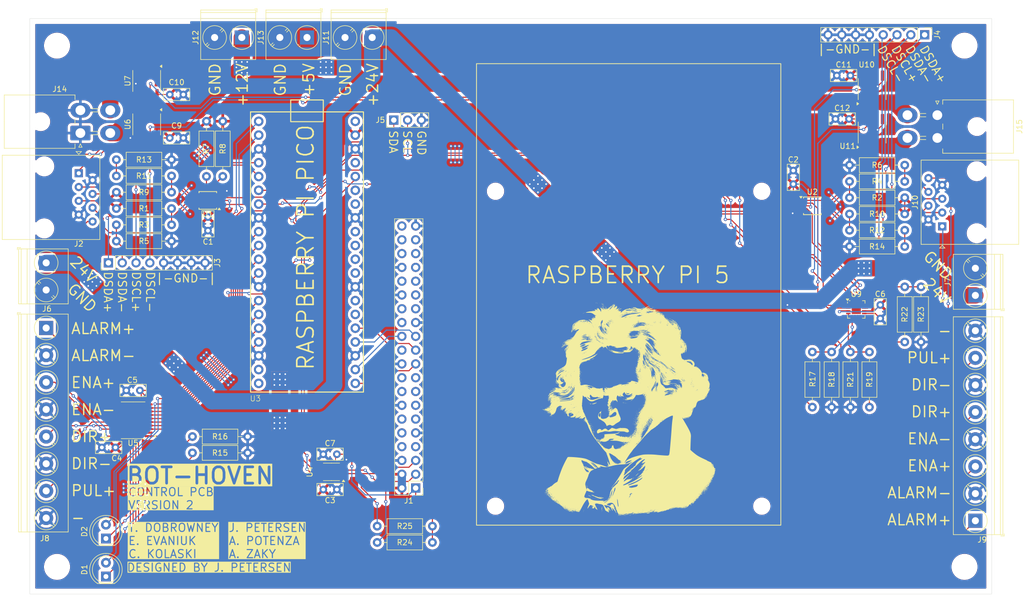
<source format=kicad_pcb>
(kicad_pcb (version 20240108) (generator "pcbnew") (generator_version "8.0")
  (layers (0 "F.Cu" signal) (31 "B.Cu" signal) (34 "B.Paste" user) (35 "F.Paste" user) (36 "B.SilkS" user "B.Silkscreen") (37 "F.SilkS" user "F.Silkscreen") (38 "B.Mask" user) (39 "F.Mask" user) (44 "Edge.Cuts" user))
  (net 0 "")
  (net 1 "GND")
  (net 2 "+5V")
  (net 4 "Net-(D1-K)")
  (net 5 "LED1")
  (net 6 "LED2")
  (net 7 "Net-(D2-K)")
  (net 11 "SPI_SCLK")
  (net 13 "3V3_RPI")
  (net 14 "SCL_3.3")
  (net 19 "SPI_CS")
  (net 20 "SPI_MISO")
  (net 32 "SPI_MOSI")
  (net 34 "SDA_3.3")
  (net 37 "DSCL1+")
  (net 38 "LIMIT_SW_LL")
  (net 39 "DSDA1-")
  (net 40 "DSCL1-")
  (net 41 "DSDA1+")
  (net 42 "LIMIT_SW_LR")
  (net 43 "DSCL2-")
  (net 44 "DSCL2+")
  (net 45 "DSDA2-")
  (net 46 "DSDA2+")
  (net 47 "SCL")
  (net 48 "SDA")
  (net 49 "+24V")
  (net 50 "Net-(J8-Pin_1)")
  (net 51 "Net-(J8-Pin_3)")
  (net 52 "Net-(J8-Pin_7)")
  (net 53 "Net-(J8-Pin_5)")
  (net 54 "Net-(J9-Pin_1)")
  (net 55 "Net-(J9-Pin_3)")
  (net 56 "Net-(J9-Pin_7)")
  (net 57 "Net-(J9-Pin_5)")
  (net 58 "LIMIT_SW_RL")
  (net 59 "LIMIT_SW_RR")
  (net 60 "+12V")
  (net 61 "Net-(J14-Pin_4)")
  (net 62 "Net-(J14-Pin_3)")
  (net 63 "Net-(J15-Pin_4)")
  (net 64 "Net-(J15-Pin_3)")
  (net 65 "Net-(U9-AIN6)")
  (net 66 "Net-(U9-AIN5)")
  (net 67 "Net-(U9-ADDR)")
  (net 68 "Net-(U9-DECAP)")
  (net 69 "PUL1+")
  (net 71 "PUL2+")
  (net 72 "ENA2+")
  (net 76 "DIR1+")
  (net 78 "ALARM2+")
  (net 79 "ALARM1+")
  (net 80 "ENA1+")
  (net 81 "DIR2+")
  (net 85 "3V3_PICO")
  (net 90 "Net-(U6-VOUT)")
  (net 91 "Net-(U7-VOUT)")
  (net 93 "Net-(U10-VOUT)")
  (net 96 "Net-(U11-VOUT)")
  (footprint "Capacitor_THT:C_Rect_L4.6mm_W2.0mm_P2.50mm_MKS02_FKP02" (layer "F.Cu") (at 204.5 58.5 90)
    (property "Reference" "C2")
    (property "Value" "0.1uF")
  )
  (footprint "Capacitor_THT:C_Rect_L4.6mm_W2.0mm_P2.50mm_MKS02_FKP02" (layer "F.Cu") (at 214.75 46.5 180)
    (property "Reference" "C12")
    (property "Value" "0.1uF")
  )
  (footprint "Resistor_THT:R_Axial_DIN0207_L6.3mm_D2.5mm_P10.16mm_Horizontal" (layer "F.Cu") (at 93.92 108)
    (property "Reference" "R15")
    (property "Value" "504R")
  )
  (footprint "Capacitor_THT:C_Rect_L4.6mm_W2.0mm_P2.50mm_MKS02_FKP02" (layer "F.Cu") (at 79.75 107 180)
    (property "Reference" "C4")
    (property "Value" "0.1uF")
  )
  (footprint "Resistor_THT:R_Axial_DIN0207_L6.3mm_D2.5mm_P10.16mm_Horizontal" (layer "F.Cu") (at 96.5 46.92 -90)
    (property "Reference" "R7")
    (property "Value" "10kR")
  )
  (footprint "Resistor_THT:R_Axial_DIN0207_L6.3mm_D2.5mm_P10.16mm_Horizontal" (layer "F.Cu") (at 79.92 54)
    (property "Reference" "R13")
    (property "Value" "600R")
  )
  (footprint "Package_SO:VSSOP-8_3x3mm_P0.65mm" (layer "F.Cu") (at 119.5 111.5 180)
    (property "Reference" "U4")
    (property "Value" "TCA9509DGKR")
  )
  (footprint "Resistor_THT:R_Axial_DIN0207_L6.3mm_D2.5mm_P10.16mm_Horizontal" (layer "F.Cu") (at 225 55 180)
    (property "Reference" "R6")
    (property "Value" "600R")
  )
  (footprint "Connector_PinHeader_2.54mm:PinHeader_2x20_P2.54mm_Vertical" (layer "F.Cu") (at 135 114.48 180)
    (property "Reference" "J1")
    (property "Value" "Raspberry_Pi_2_3")
  )
  (footprint "TerminalBlock_Phoenix:TerminalBlock_Phoenix_PT-1,5-2-5.0-H_1x02_P5.00mm_Horizontal" (layer "F.Cu") (at 115 31.5 180)
    (property "Reference" "J13")
    (property "Value" "Screw_Terminal_01x02")
  )
  (footprint "Connector_Molex:Molex_Mini-Fit_Jr_5569-04A2_2x02_P4.20mm_Horizontal" (layer "F.Cu") (at 73.3 49.1 90)
    (property "Reference" "J14")
    (property "Value" "Conn_02x02_Top_Bottom")
  )
  (footprint "Connector_PinHeader_2.54mm:PinHeader_1x08_P2.54mm_Vertical" (layer "F.Cu") (at 228.66 31 -90)
    (property "Reference" "J4")
    (property "Value" "Conn_01x08")
  )
  (footprint "Package_SO:SOIC-8_3.9x4.9mm_P1.27mm" (layer "F.Cu") (at 85.5 47.5 -90)
    (property "Reference" "U6")
    (property "Value" "TMCS1108A3UQDR")
  )
  (footprint "Resistor_THT:R_Axial_DIN0207_L6.3mm_D2.5mm_P10.16mm_Horizontal" (layer "F.Cu") (at 214.84 58)
    (property "Reference" "R4")
    (property "Value" "120R")
  )
  (footprint "TerminalBlock_Phoenix:TerminalBlock_Phoenix_PT-1,5-2-5.0-H_1x02_P5.00mm_Horizontal" (layer "F.Cu") (at 127 31.5 180)
    (property "Reference" "J11")
    (property "Value" "Screw_Terminal_01x02")
  )
  (footprint "Resistor_THT:R_Axial_DIN0207_L6.3mm_D2.5mm_P10.16mm_Horizontal" (layer "F.Cu") (at 225 64 180)
    (property "Reference" "R10")
    (property "Value" "600R")
  )
  (footprint "Resistor_THT:R_Axial_DIN0207_L6.3mm_D2.5mm_P10.16mm_Horizontal" (layer "F.Cu") (at 90.08 57 180)
    (property "Reference" "R11")
    (property "Value" "120R")
  )
  (footprint "Resistor_THT:R_Axial_DIN0207_L6.3mm_D2.5mm_P10.16mm_Horizontal" (layer "F.Cu") (at 225 70 180)
    (property "Reference" "R14")
    (property "Value" "600R")
  )
  (footprint "TerminalBlock_Phoenix:TerminalBlock_Phoenix_PT-1,5-2-5.0-H_1x02_P5.00mm_Horizontal" (layer "F.Cu") (at 103 31.5 180)
    (property "Reference" "J12")
    (property "Value" "Screw_Terminal_01x02")
  )
  (footprint "" (layer "F.Cu") (at 149.695 117.82)
    (property "Reference" "")
    (property "Value" "")
  )
  (footprint "Package_SO:SOIC-8_3.9x4.9mm_P1.27mm" (layer "F.Cu") (at 85.5 39.5 -90)
    (property "Reference" "U7")
    (property "Value" "TMCS1108A3UQDR")
  )
  (footprint "Resistor_THT:R_Axial_DIN0207_L6.3mm_D2.5mm_P10.16mm_Horizontal" (layer "F.Cu") (at 99.5 57.08 90)
    (property "Reference" "R8")
    (property "Value" "10kR")
  )
  (footprint "Resistor_THT:R_Axial_DIN0207_L6.3mm_D2.5mm_P10.16mm_Horizontal" (layer "F.Cu") (at 90.08 66 180)
    (property "Reference" "R3")
    (property "Value" "120R")
  )
  (footprint "Package_SO:TSSOP-20_4.4x6.5mm_P0.65mm" (layer "F.Cu") (at 83 102 180)
    (property "Reference" "U5")
    (property "Value" "TXB0108PW")
  )
  (footprint "Connector_RJ:RJ45_Amphenol_54602-x08_Horizontal" (layer "F.Cu") (at 231.9 66.2825 90)
    (property "Reference" "J10")
    (property "Value" "8P8C_Shielded")
  )
  (footprint "Resistor_THT:R_Axial_DIN0207_L6.3mm_D2.5mm_P10.16mm_Horizontal" (layer "F.Cu") (at 225 87.58 90)
    (property "Reference" "R22")
    (property "Value" "0R")
  )
  (footprint "Capacitor_THT:C_Rect_L4.6mm_W2.0mm_P2.50mm_MKS02_FKP02" (layer "F.Cu") (at 84.25 96.5 180)
    (property "Reference" "C5")
    (property "Value" "0.1uF")
  )
  (footprint "Resistor_THT:R_Axial_DIN0207_L6.3mm_D2.5mm_P10.16mm_Horizontal" (layer "F.Cu") (at 138.08 121.5 180)
    (property "Reference" "R25")
    (property "Value" "10kR")
  )
  (footprint "Capacitor_THT:C_Rect_L4.6mm_W2.0mm_P2.50mm_MKS02_FKP02" (layer "F.Cu") (at 215 38.5 180)
    (property "Reference" "C11")
    (property "Value" "0.1uF")
  )
  (footprint "Resistor_THT:R_Axial_DIN0207_L6.3mm_D2.5mm_P10.16mm_Horizontal" (layer "F.Cu") (at 228 77.42 -90)
    (property "Reference" "R23")
    (property "Value" "0R")
  )
  (footprint "LED_THT:LED_D5.0mm_Clear" (layer "F.Cu") (at 78 130.775 90)
    (property "Reference" "D1")
    (property "Value" "LED")
  )
  (footprint "MountingHole:MountingHole_4.3mm_M4" (layer "F.Cu") (at 69 129)
    (property "Reference" "H2" (hide yes))
    (property "Value" "MountingHole")
  )
  (footprint "Resistor_THT:R_Axial_DIN0207_L6.3mm_D2.5mm_P10.16mm_Horizontal" (layer "F.Cu") (at 138.08 124.5 180)
    (property "Reference" "R24")
    (property "Value" "10kR")
  )
  (footprint "Resistor_THT:R_Axial_DIN0207_L6.3mm_D2.5mm_P10.16mm_Horizontal" (layer "F.Cu") (at 225 61 180)
    (property "Reference" "R2")
    (property "Value" "600R")
  )
  (footprint "Resistor_THT:R_Axial_DIN0207_L6.3mm_D2.5mm_P10.16mm_Horizontal" (layer "F.Cu") (at 79.92 60)
    (property "Reference" "R9")
    (property "Value" "600R")
  )
  (footprint "Package_DFN_QFN:WQFN-16-1EP_3x3mm_P0.5mm_EP1.68x1.68mm" (layer "F.Cu") (at 216.08 81.58)
    (property "Reference" "U9")
    (property "Value" "ADS7138IRTER")
  )
  (footprint "Resistor_THT:R_Axial_DIN0207_L6.3mm_D2.5mm_P10.16mm_Horizontal" (layer "F.Cu") (at 93.92 105)
    (property "Reference" "R16")
    (property "Value" "504R")
  )
  (footprint "Capacitor_THT:C_Rect_L4.6mm_W2.0mm_P2.50mm_MKS02_FKP02" (layer "F.Cu") (at 89.75 50)
    (property "Reference" "C9")
    (property "Value" "0.1uF")
  )
  (footprint "Connector_PinHeader_2.54mm:PinHeader_1x03_P2.54mm_Vertical" (layer "F.Cu") (at 130.975 46.706844 90)
    (property "Reference" "J5")
    (property "Value" "Conn_01x03")
  )
  (footprint "" (layer "F.Cu") (at 198.695 59.82)
    (property "Reference" "")
    (property "Value" "")
  )
  (footprint "Package_SO:SOIC-8_3.9x4.9mm_P1.27mm" (layer "F.Cu") (at 219 41 90)
    (property "Reference" "U10")
    (property "Value" "TMCS1108A3UQDR")
  )
  (footprint "Resistor_THT:R_Axial_DIN0207_L6.3mm_D2.5mm_P10.16mm_Horizontal" (layer "F.Cu") (at 211.55 89.42 -90)
    (property "Reference" "R18")
    (property "Value" "1k")
  )
  (footprint "bh_footprint_library:RaspberryPi_Pico_2_THT" (layer "F.Cu") (at 106.11 95.2)
    (property "Reference" "U3")
    (property "Value" "Raspberry_Pi_Pico_2")
  )
  (footprint "TerminalBlock_Phoenix:TerminalBlock_Phoenix_PT-1,5-2-5.0-H_1x02_P5.00mm_Horizontal" (layer "F.Cu") (at 67 73 -90)
    (property "Reference" "J6")
    (property "Value" "Screw_Terminal_01x02")
  )
  (footprint "Connector_PinHeader_2.54mm:PinHeader_1x08_P2.54mm_Vertical" (layer "F.Cu") (at 78.46 73 90)
    (property "Reference" "J3")
    (property "Value" "Conn_01x08")
  )
  (footprint "TerminalBlock_Phoenix:TerminalBlock_Phoenix_PT-1,5-2-5.0-H_1x02_P5.00mm_Horizontal" (layer "F.Cu") (at 238 79 90)
    (property "Reference" "J7")
    (property "Value" "Screw_Terminal_01x02")
  )
  (footprint "Package_SO:TSSOP-10_3x3mm_P0.5mm" (layer "F.Cu") (at 96.75 61.5 180)
    (property "Reference" "U1")
    (property "Value" "PCA9615DP")
  )
  (footprint "MountingHole:MountingHole_4.3mm_M4" (layer "F.Cu") (at 236 33)
    (property "Reference" "H4" (hide yes))
    (property "Value" "MountingHole")
  )
  (footprint "TerminalBlock_Phoenix:TerminalBlock_Phoenix_PT-1,5-8-5.0-H_1x08_P5.00mm_Horizontal" (layer "F.Cu") (at 238 120.5 90)
    (property "Reference" "J9")
    (property "Value" "Screw_Terminal_01x08")
  )
  (footprint "Package_SO:TSSOP-10_3x3mm_P0.5mm" (layer "F.Cu") (at 208 62.5)
    (property "Reference" "U2")
    (property "Value" "PCA9615DP")
  )
  (footprint "MountingHole:MountingHole_4.3mm_M4" (layer "F.Cu") (at 69 33)
    (property "Reference" "H1" (hide yes))
    (property "Value" "MountingHole")
  )
  (footprint "Resistor_THT:R_Axial_DIN0207_L6.3mm_D2.5mm_P10.16mm_Horizontal" (layer "F.Cu") (at 79.92 63)
    (property "Reference" "R1")
    (property "Value" "600R")
  )
  (footprint "MountingHole:MountingHole_2.7mm_M2.5" (layer "F.Cu") (at 198.695 117.82 90)
    (property "Reference" "REF**" (hide yes))
    (property "Value" "MountingHole_2.7mm_M2.5")
  )
  (footprint "Resistor_THT:R_Axial_DIN0207_L6.3mm_D2.5mm_P10.16mm_Horizontal" (layer "F.Cu") (at 215 89.42 -90)
    (property "Reference" "R21")
    (property "Value" "1k")
  )
  (footprint "MountingHole:MountingHole_4.3mm_M4" (layer "F.Cu") (at 236 129)
    (property "Reference" "H3" (hide yes))
    (property "Value" "MountingHole")
  )
  (footprint "LED_THT:LED_D5.0mm_Clear" (layer "F.Cu") (at 78 123.775 90)
    (property "Reference" "D2")
    (property "Value" "LED")
  )
  (footprint "Capacitor_THT:C_Rect_L4.6mm_W2.0mm_P2.50mm_MKS02_FKP02" (layer "F.Cu") (at 96.778579 64.568291 -90)
    (property "Reference" "C1")
    (property "Value" "0.1uF")
  )
  (footprint "Capacitor_THT:C_Rect_L4.6mm_W2.0mm_P2.50mm_MKS02_FKP02" (layer "F.Cu") (at 118 114.75)
    (property "Reference" "C3")
    (property "Value" "0.1uF")
  )
  (footprint "Resistor_THT:R_Axial_DIN0207_L6.3mm_D2.5mm_P10.16mm_Horizontal" (layer "F.Cu") (at 214.84 67)
    (property "Reference" "R12")
    (property "Value" "120R")
  )
  (footprint "Resistor_THT:R_Axial_DIN0207_L6.3mm_D2.5mm_P10.16mm_Horizontal" (layer "F.Cu") (at 218.5 99.58 90)
    (property "Reference" "R19")
    (property "Value" "3k")
  )
  (footprint "Resistor_THT:R_Axial_DIN0207_L6.3mm_D2.5mm_P10.16mm_Horizontal" (layer "F.Cu") (at 208 99.58 90)
    (property "Reference" "R17")
    (property "Value" "4k")
  )
  (footprint "Capacitor_THT:C_Rect_L4.6mm_W2.0mm_P2.50mm_MKS02_FKP02" (layer "F.Cu") (at 89.75 42)
    (property "Reference" "C10")
    (property "Value" "0.1uF")
  )
  (footprint "" (layer "F.Cu") (at 198.695 117.82)
    (property "Reference" "")
    (property "Value" "")
  )
  (footprint "MountingHole:MountingHole_2.7mm_M2.5" (layer "F.Cu") (at 149.695 117.82 90)
    (property "Reference" "REF**" (hide yes))
    (property "Value" "MountingHole_2.7mm_M2.5")
  )
  (footprint "Connector_Molex:Molex_Mini-Fit_Jr_5569-04A2_2x02_P4.20mm_Horizontal" (layer "F.Cu") (at 231 45.8 -90)
    (property "Reference" "J15")
    (property "Value" "Conn_02x02_Top_Bottom")
  )
  (footprint "Connector_RJ:RJ45_Amphenol_54602-x08_Horizontal" (layer "F.Cu") (at 73 56.5 -90)
    (property "Reference" "J2")
    (property "Value" "8P8C_Shielded")
  )
  (footprint "MountingHole:MountingHole_2.7mm_M2.5" (layer "F.Cu") (at 198.695 59.82 90)
    (property "Reference" "REF**" (hide yes))
    (property "Value" "MountingHole_2.7mm_M2.5")
  )
  (footprint "Capacitor_THT:C_Rect_L4.6mm_W2.0mm_P2.50mm_MKS02_FKP02" (layer "F.Cu") (at 120.5 108.25 180)
    (property "Reference" "C7")
    (property "Value" "0.1uF")
  )
  (footprint "Resistor_THT:R_Axial_DIN0207_L6.3mm_D2.5mm_P10.16mm_Horizontal" (layer "F.Cu") (at 79.92 69)
    (property "Reference" "R5")
    (property "Value" "600R")
  )
  (footprint "Package_SO:SOIC-8_3.9x4.9mm_P1.27mm" (layer "F.Cu") (at 219 49 90)
    (property "Reference" "U11")
    (property "Value" "TMCS1108A3UQDR")
  )
  (footprint "Capacitor_THT:C_Rect_L4.6mm_W2.0mm_P2.50mm_MKS02_FKP02" (layer "F.Cu") (at 220.5 80.75 -90)
    (property "Reference" "C6")
    (property "Value" "0.1uF")
  )
  (footprint "TerminalBlock_Phoenix:TerminalBlock_Phoenix_PT-1,5-8-5.0-H_1x08_P5.00mm_Horizontal" (layer "F.Cu") (at 67 85 -90)
    (property "Reference" "J8")
    (property "Value" "Screw_Terminal_01x08")
  )
  (footprint "LOGO" (layer "F.Cu") (at 173.5 100)
    (property "Reference" "G***" (hide yes))
    (property "Value" "LOGO" (hide yes))
  )
  (footprint "MountingHole:MountingHole_2.7mm_M2.5" (layer "F.Cu") (at 149.695 59.82 90)
    (property "Reference" "REF**" (hide yes))
    (property "Value" "MountingHole_2.7mm_M2.5")
  )
  (gr_rect (start 112 43) (end 118 47) (stroke (width 0.2)) (fill none) (layer "F.SilkS"))
  (gr_rect (start 146.195 36.32) (end 202.195 121.32) (stroke (width 0.15)) (fill none) (layer "F.SilkS"))
  (gr_rect (start 64 28) (end 241 134) (stroke (width 0.05)) (fill none) (layer "Edge.Cuts"))
  (gr_text "DSCL-\n" (at 85.278174 74.5 270) (layer "F.SilkS") (effects (font (size 1.5 1.5) (thickness 0.2)) (justify left bottom)))
  (gr_text "GND\n" (at 135.189014 48.5 270) (layer "F.SilkS") (effects (font (size 1.5 1.5) (thickness 0.2)) (justify left bottom)))
  (gr_text "24V" (at 71 73 -45) (layer "F.SilkS") (effects (font (size 2 2) (thickness 0.25)) (justify left bottom)))
  (gr_text "PUL+" (at 71.457207 116.125634 0) (layer "F.SilkS") (effects (font (size 2 2) (thickness 0.25)) (justify left bottom)))
  (gr_text "|-GND-|" (at 87.007846 76.713622 0) (layer "F.SilkS") (effects (font (size 1.5 1.5) (thickness 0.2)) (justify left bottom)))
  (gr_text "+5V" (at 116.5 42.5 90) (layer "F.SilkS") (effects (font (size 2 2) (thickness 0.25)) (justify left bottom)))
  (gr_text "DSCL+" (at 222.323275 33.5 300) (layer "F.SilkS") (effects (font (size 1.5 1.5) (thickness 0.2)) (justify left bottom)))
  (gr_text "GND" (at 123.25 42.5 90) (layer "F.SilkS") (effects (font (size 2 2) (thickness 0.25)) (justify left bottom)))
  (gr_text "GND" (at 228 72 315) (layer "F.SilkS") (effects (font (size 2 2) (thickness 0.25)) (justify left bottom)))
  (gr_text "ENA+" (at 225.340258 111.551084 0) (layer "F.SilkS") (effects (font (size 2 2) (thickness 0.25)) (justify left bottom)))
  (gr_text "RASPBERRY PI PICO\n" (at 116.5 93 90) (layer "F.SilkS") (effects (font (size 3 3) (thickness 0.3) (bold yes)) (justify left bottom)))
  (gr_text "DSDA-\n" (at 80.101449 74.5 270) (layer "F.SilkS") (effects (font (size 1.5 1.5) (thickness 0.2)) (justify left bottom)))
  (gr_text "DSDA+" (at 77.513087 74.5 270) (layer "F.SilkS") (effects (font (size 1.5 1.5) (thickness 0.2)) (justify left bottom)))
  (gr_text "DSDA+\n" (at 227.5 33.5 300) (layer "F.SilkS") (effects (font (size 1.5 1.5) (thickness 0.2)) (justify left bottom)))
  (gr_text "ENA-" (at 225.340258 106.576626 0) (layer "F.SilkS") (effects (font (size 2 2) (thickness 0.25)) (justify left bottom)))
  (gr_text "24V" (at 228 77 -45) (layer "F.SilkS") (effects (font (size 2 2) (thickness 0.25)) (justify left bottom)))
  (gr_text "ALARM-" (at 221.625972 116.525542 0) (layer "F.SilkS") (effects (font (size 2 2) (thickness 0.25)) (justify left bottom)))
  (gr_text "DIR+" (at 226.006925 101.602168 0) (layer "F.SilkS") (effects (font (size 2 2) (thickness 0.25)) (justify left bottom)))
  (gr_text "DSCL-" (at 219.734913 33.5 300) (layer "F.SilkS") (effects (font (size 1.5 1.5) (thickness 0.2)) (justify left bottom)))
  (gr_text "CONTROL PCB\nVERSION 2" (at 82 118.5 0) (layer "F.SilkS" knockout) (effects (font (size 1.5 1.5) (thickness 0.2)) (justify left bottom)))
  (gr_text "DIR+" (at 71.457207 106.176718 0) (layer "F.SilkS") (effects (font (size 2 2) (thickness 0.25)) (justify left bottom)))
  (gr_text "ENA-" (at 71.457207 101.20226 0) (layer "F.SilkS") (effects (font (size 2 2) (thickness 0.25)) (justify left bottom)))
  (gr_text "T. DOBROWNEY   \nE. EVANIUK\nC. KOLASKI" (at 82 127.5 0) (layer "F.SilkS" knockout) (effects (font (size 1.5 1.5) (thickness 0.2)) (justify left bottom)))
  (gr_text "SDA" (at 130 48.5 270) (layer "F.SilkS") (effects (font (size 1.5 1.5) (thickness 0.2)) (justify left bottom)))
  (gr_text "DIR-" (at 71.457207 111.151176 0) (layer "F.SilkS") (effects (font (size 2 2) (thickness 0.25)) (justify left bottom)))
  (gr_text "J. PETERSEN\nA. POTENZA\nA. ZAKY" (at 100.5 127.5 0) (layer "F.SilkS" knockout) (effects (font (size 1.5 1.5) (thickness 0.2)) (justify left bottom)))
  (gr_text "+24V\n" (at 128.25 44.404762 90) (layer "F.SilkS") (effects (font (size 2 2) (thickness 0.25)) (justify left bottom)))
  (gr_text "ALARM-" (at 71.457207 91.253344 0) (layer "F.SilkS") (effects (font (size 2 2) (thickness 0.25)) (justify left bottom)))
  (gr_text "|-GND-|" (at 208.80207 34.543875 0) (layer "F.SilkS") (effects (font (size 1.5 1.5) (thickness 0.2)) (justify left bottom)))
  (gr_text "-" (at 230.959306 86.67879 0) (layer "F.SilkS") (effects (font (size 2 2) (thickness 0.25)) (justify left bottom)))
  (gr_text "DESIGNED BY J. PETERSEN" (at 81.75 130 0) (layer "F.SilkS" knockout) (effects (font (size 1.5 1.5) (thickness 0.2)) (justify left bottom)))
  (gr_text "DIR-" (at 226.006925 96.62771 0) (layer "F.SilkS") (effects (font (size 2 2) (thickness 0.25)) (justify left bottom)))
  (gr_text "DSCL+" (at 82.689811 74.5 -90) (layer "F.SilkS") (effects (font (size 1.5 1.5) (thickness 0.2)) (justify left bottom)))
  (gr_text "ALARM+" (at 221.625972 121.5 0) (layer "F.SilkS") (effects (font (size 2 2) (thickness 0.25)) (justify left bottom)))
  (gr_text "GND" (at 70.5 78 315) (layer "F.SilkS") (effects (font (size 2 2) (thickness 0.25)) (justify left bottom)))
  (gr_text "GND" (at 99.25 42.5 90) (layer "F.SilkS") (effects (font (size 2 2) (thickness 0.25)) (justify left bottom)))
  (gr_text "BOT-HOVEN" (at 81.549023 113.971716 0) (layer "F.SilkS" knockout) (effects (font (size 3 3) (thickness 0.5) (bold yes)) (justify left bottom)))
  (gr_text "RASPBERRY PI 5" (at 174 77 0) (layer "F.SilkS") (effects (font (size 3 3) (thickness 0.3)) (justify bottom)))
  (gr_text "PUL+" (at 225.24502 91.653252 0) (layer "F.SilkS") (effects (font (size 2 2) (thickness 0.25)) (justify left bottom)))
  (gr_text "DSDA-\n" (at 224.911637 33.5 300) (layer "F.SilkS") (effects (font (size 1.5 1.5) (thickness 0.2)) (justify left bottom)))
  (gr_text "GND" (at 111.25 42.5 90) (layer "F.SilkS") (effects (font (size 2 2) (thickness 0.25)) (justify left bottom)))
  (gr_text "+12V" (at 104.25 44.404762 90) (layer "F.SilkS") (effects (font (size 2 2) (thickness 0.25)) (justify left bottom)))
  (gr_text "ALARM+" (at 71.457207 86.278886 0) (layer "F.SilkS") (effects (font (size 2 2) (thickness 0.25)) (justify left bottom)))
  (gr_text "-" (at 71.457207 121.100096 0) (layer "F.SilkS") (effects (font (size 2 2) (thickness 0.25)) (justify left bottom)))
  (gr_text "SCL" (at 132.594507 48.5 270) (layer "F.SilkS") (effects (font (size 1.5 1.5) (thickness 0.2)) (justify left bottom)))
  (gr_text "ENA+" (at 71.457207 96.227802 0) (layer "F.SilkS") (effects (font (size 2 2) (thickness 0.25)) (justify left bottom)))
  (segment (start 220.5 83.25) (end 219.58 82.33) (width 0.2) (layer "F.Cu") (net 1))
  (segment (start 121.6125 110.525) (end 121.6125 109.8875) (width 0.15) (layer "F.Cu") (net 1))
  (segment (start 83.595 40.095) (end 83.595 41.975) (width 0.2) (layer "F.Cu") (net 1))
  (segment (start 83.5 40) (end 83.595 40.095) (width 0.2) (layer "F.Cu") (net 1))
  (segment (start 82.5 50) (end 83.57 50) (width 0.2) (layer "F.Cu") (net 1))
  (segment (start 204.375 63.875) (end 204.75 63.5) (width 0.2) (layer "F.Cu") (net 1))
  (segment (start 220.905 47.595) (end 220.905 46.525) (width 0.2) (layer "F.Cu") (net 1))
  (segment (start 80.1375 99.075) (end 80.1375 98.1125) (width 0.2) (layer "F.Cu") (net 1))
  (segment (start 121.6125 109.8875) (end 122.25 109.25) (width 0.15) (layer "F.Cu") (net 1))
  (segment (start 110 94.5) (end 110 102.5) (width 3) (layer "F.Cu") (net 1))
  (segment (start 220 48.5) (end 220.905 47.595) (width 0.2) (layer "F.Cu") (net 1))
  (segment (start 99.5 60.5) (end 100.25 59.75) (width 0.2) (layer "F.Cu") (net 1))
  (segment (start 220.905 39.595) (end 220.905 38.525) (width 0.2) (layer "F.Cu") (net 1))
  (segment (start 219.58 82.33) (end 217.5375 82.33) (width 0.2) (layer "F.Cu") (net 1))
  (segment (start 83.57 50) (end 83.595 49.975) (width 0.2) (layer "F.Cu") (net 1))
  (segment (start 220 40.5) (end 220.905 39.595) (width 0.2) (layer "F.Cu") (net 1))
  (segment (start 204.75 63.5) (end 205.85 63.5) (width 0.2) (layer "F.Cu") (net 1))
  (segment (start 98.9 60.5) (end 99.5 60.5) (width 0.2) (layer "F.Cu") (net 1))
  (segment (start 80.1375 98.1125) (end 81.75 96.5) (width 0.2) (layer "F.Cu") (net 1))
  (via (at 109 101.5) (size 0.6) (drill 0.3) (layers "F.Cu" "B.Cu") (net 1))
  (via (at 111 103.5) (size 0.6) (drill 0.3) (layers "F.Cu" "B.Cu") (net 1))
  (via (at 204.375 63.875) (size 0.6) (drill 0.3) (layers "F.Cu" "B.Cu") (net 1))
  (via (at 111 101.5) (size 0.6) (drill 0.3) (layers "F.Cu" "B.Cu") (net 1))
  (via (at 220 40.5) (size 0.6) (drill 0.3) (layers "F.Cu" "B.Cu") (net 1))
  (via (at 111 94.5) (size 0.6) (drill 0.3) (layers "F.Cu" "B.Cu") (net 1))
  (via (at 110 95.5) (size 0.6) (drill 0.3) (layers "F.Cu" "B.Cu") (net 1))
  (via (at 110 103.5) (size 0.6) (drill 0.3) (layers "F.Cu" "B.Cu") (net 1))
  (via (at 100.25 59.75) (size 0.6) (drill 0.3) (layers "F.Cu" "B.Cu") (net 1))
  (via (at 83.5 40) (size 0.6) (drill 0.3) (layers "F.Cu" "B.Cu") (net 1))
  (via (at 109 93.5) (size 0.6) (drill 0.3) (layers "F.Cu" "B.Cu") (net 1))
  (via (at 110 94.5) (size 0.6) (drill 0.3) (layers "F.Cu" "B.Cu") (net 1))
  (via (at 220 48.5) (size 0.6) (drill 0.3) (layers "F.Cu" "B.Cu") (net 1))
  (via (at 122.25 109.25) (size 0.6) (drill 0.3) (layers "F.Cu" "B.Cu") (net 1))
  (via (at 110 102.5) (size 0.6) (drill 0.3) (layers "F.Cu" "B.Cu") (net 1))
  (via (at 82.5 50) (size 0.6) (drill 0.3) (layers "F.Cu" "B.Cu") (net 1))
  (via (at 110 101.5) (size 0.6) (drill 0.3) (layers "F.Cu" "B.Cu") (net 1))
  (via (at 111 102.5) (size 0.6) (drill 0.3) (layers "F.Cu" "B.Cu") (net 1))
  (via (at 111 93.5) (size 0.6) (drill 0.3) (layers "F.Cu" "B.Cu") (net 1))
  (via (at 111 95.5) (size 0.6) (drill 0.3) (layers "F.Cu" "B.Cu") (net 1))
  (via (at 109 94.5) (size 0.6) (drill 0.3) (layers "F.Cu" "B.Cu") (net 1))
  (via (at 109 95.5) (size 0.6) (drill 0.3) (layers "F.Cu" "B.Cu") (net 1))
  (via (at 110 93.5) (size 0.6) (drill 0.3) (layers "F.Cu" "B.Cu") (net 1))
  (via (at 109 102.5) (size 0.6) (drill 0.3) (layers "F.Cu" "B.Cu") (net 1))
  (via (at 109 103.5) (size 0.6) (drill 0.3) (layers "F.Cu" "B.Cu") (net 1))
  (segment (start 100.65 61.5) (end 98.9 61.5) (width 0.2) (layer "F.Cu") (net 2))
  (segment (start 94.6 62.5) (end 94.710288 62.5) (width 0.2) (layer "F.Cu") (net 2))
  (segment (start 217.07 38.5) (end 217.095 38.525) (width 0.15) (layer "F.Cu") (net 2))
  (segment (start 98.9 62.5) (end 98.84687 62.5) (width 0.2) (layer "F.Cu") (net 2))
  (segment (start 79.75 107) (end 80.5 107) (width 0.2) (layer "F.Cu") (net 2))
  (segment (start 214.75 46.5) (end 217.07 46.5) (width 0.2) (layer "F.Cu") (net 2))
  (segment (start 213.17 81.83) (end 214.6225 81.83) (width 0.2) (layer "F.Cu") (net 2))
  (segment (start 89.75 50) (end 87.43 50) (width 0.2) (layer "F.Cu") (net 2))
  (segment (start 207.461292 62.5) (end 207.671478 62.710186) (width 0.2) (layer "F.Cu") (net 2))
  (segment (start 80.5 107) (end 81.5 106) (width 0.2) (layer "F.Cu") (net 2))
  (segment (start 213 82) (end 213.17 81.83) (width 0.2) (layer "F.Cu") (net 2))
  (segment (start 210.15 60.734452) (end 210.150024 60.734428) (width 0.2) (layer "F.Cu") (net 2))
  (segment (start 94.710288 62.5) (end 96.778579 64.568291) (width 0.2) (layer "F.Cu") (net 2))
  (segment (start 117.3875 114.1375) (end 117.3875 112.475) (width 0.15) (layer "F.Cu") (net 2))
  (segment (start 225 61) (end 225 62.5) (width 0.2) (layer "F.Cu") (net 2))
  (segment (start 81.5 106) (end 81.5 104.490772) (width 0.2) (layer "F.Cu") (net 2))
  (segment (start 87.43 42) (end 87.405 41.975) (width 0.15) (layer "F.Cu") (net 2))
  (segment (start 220.5 80.75) (end 219.42 81.83) (width 0.2) (layer "F.Cu") (net 2))
  (segment (start 225 62.5) (end 225 64) (width 0.2) (layer "F.Cu") (net 2))
  (segment (start 81.284228 104.275) (end 80.1375 104.275) (width 0.2) (layer "F.Cu") (net 2))
  (segment (start 205.85 61.5) (end 205.5 61.5) (width 0.2) (layer "F.Cu") (net 2))
  (segment (start 216.33 83.0375) (end 216.33 83.92) (width 0.2) (layer "F.Cu") (net 2))
  (segment (start 118 114.75) (end 117.3875 114.1375) (width 0.15) (layer "F.Cu") (net 2))
  (segment (start 90.226405 41.975) (end 90.251405 42) (width 0.2) (layer "F.Cu") (net 2))
  (segment (start 219.42 81.83) (end 217.5375 81.83) (width 0.2) (layer "F.Cu") (net 2))
  (segment (start 98.84687 62.5) (end 96.778579 64.568291) (width 0.2) (layer "F.Cu") (net 2))
  (segment (start 213.325133 62.5) (end 213.150024 62.675109) (width 0.2) (layer "F.Cu") (net 2))
  (segment (start 215 38.5) (end 217.07 38.5) (width 0.15) (layer "F.Cu") (net 2))
  (segment (start 225 62.5) (end 213.325133 62.5) (width 0.2) (layer "F.Cu") (net 2))
  (segment (start 89.75 42) (end 87.43 42) (width 0.15) (layer "F.Cu") (net 2))
  (segment (start 100.75 61.6) (end 100.65 61.5) (width 0.2) (layer "F.Cu") (net 2))
  (segment (start 81.5 104.490772) (end 81.284228 104.275) (width 0.2) (layer "F.Cu") (net 2))
  (segment (start 216.33 83.92) (end 216 84.25) (width 0.2) (layer "F.Cu") (net 2))
  (segment (start 217.07 46.5) (end 217.095 46.525) (width 0.2) (layer "F.Cu") (net 2))
  (segment (start 205.5 61.5) (end 204.5 60.5) (width 0.2) (layer "F.Cu") (net 2))
  (segment (start 204.5 60.5) (end 204.5 58.5) (width 0.2) (layer "F.Cu") (net 2))
  (segment (start 87.43 50) (end 87.405 49.975) (width 0.2) (layer "F.Cu") (net 2))
  (segment (start 205.85 61.5) (end 210.15 61.5) (width 0.2) (layer "F.Cu") (net 2))
  (segment (start 205.85 62.5) (end 207.461292 62.5) (width 0.2) (layer "F.Cu") (net 2))
  (via (at 96.25 51.25) (size 0.6) (drill 0.3) (layers "F.Cu" "B.Cu") (net 2))
  (via (at 100.75 63) (size 0.6) (drill 0.3) (layers "F.Cu" "B.Cu") (net 2))
  (via (at 213 82) (size 0.6) (drill 0.3) (layers "F.Cu" "B.Cu") (net 2))
  (via (at 141.5 51.5) (size 0.6) (drill 0.3) (layers "F.Cu" "B.Cu") (net 2))
  (via (at 81.25 113.75) (size 0.6) (drill 0.3) (layers "F.Cu" "B.Cu") (net 2))
  (via (at 213.150024 62.675109) (size 0.6) (drill 0.3) (layers "F.Cu" "B.Cu") (net 2))
  (via (at 100.5 95.5) (size 0.6) (drill 0.3) (layers "F.Cu" "B.Cu") (net 2))
  (via (at 96.5 89.5) (size 0.6) (drill 0.3) (layers "F.Cu" "B.Cu") (net 2))
  (via (at 94.75 53.75) (size 0.6) (drill 0.3) (layers "F.Cu" "B.Cu") (net 2))
  (via (at 96 90) (size 0.6) (drill 0.3) (layers "F.Cu" "B.Cu") (net 2))
  (via (at 142.25 54.5) (size 0.6) (drill 0.3) (layers "F.Cu" "B.Cu") (net 2))
  (via (at 97.25 52.25) (size 0.6) (drill 0.3) (layers "F.Cu" "B.Cu") (net 2))
  (via (at 91.75 61.25) (size 0.6) (drill 0.3) (layers "F.Cu" "B.Cu") (net 2))
  (via (at 101 95) (size 0.6) (drill 0.3) (layers "F.Cu" "B.Cu") (net 2))
  (via (at 85.25 113.75) (size 0.6) (drill 0.3) (layers "F.Cu" "B.Cu") (net 2))
  (via (at 211.25 65.25) (size 0.6) (drill 0.3) (layers "F.Cu" "B.Cu") (net 2))
  (via (at 211 60) (size 0.6) (drill 0.3) (layers "F.Cu" "B.Cu") (net 2))
  (via (at 143 54.5) (size 0.6) (drill 0.3) (layers "F.Cu" "B.Cu") (net 2))
  (via (at 96.75 51.75) (size 0.6) (drill 0.3) (layers "F.Cu" "B.Cu") (net 2))
  (via (at 85.25 115.25) (size 0.6) (drill 0.3) (layers "F.Cu" "B.Cu") (net 2))
  (via (at 95.25 54.25) (size 0.6) (drill 0.3) (layers "F.Cu" "B.Cu") (net 2))
  (via (at 141.5 54.5) (size 0.6) (drill 0.3) (layers "F.Cu" "B.Cu") (net 2))
  (via (at 101.5 94.5) (size 0.6) (drill 0.3) (layers "F.Cu" "B.Cu") (net 2))
  (via (at 142.25 51.5) (size 0.6) (drill 0.3) (layers "F.Cu" "B.Cu") (net 2))
  (via (at 93.75 58.75) (size 0.6) (drill 0.3) (layers "F.Cu" "B.Cu") (net 2))
  (via (at 85.25 114.5) (size 0.6) (drill 0.3) (layers "F.Cu" "B.Cu") (net 2))
  (via (at 143 51.5) (size 0.6) (drill 0.3) (layers "F.Cu" "B.Cu") (net 2))
  (via (at 81.25 115.25) (size 0.6) (drill 0.3) (layers "F.Cu" "B.Cu") (net 2))
  (via (at 93.5 64) (size 0.6) (drill 0.3) (layers "F.Cu" "B.Cu") (net 2))
  (via (at 100.75 61.6) (size 0.6) (drill 0.3) (layers "F.Cu" "B.Cu") (net 2))
  (via (at 207.671478 62.710186) (size 0.6) (drill 0.3) (layers "F.Cu" "B.Cu") (net 2))
  (via (at 81.25 114.5) (size 0.6) (drill 0.3) (layers "F.Cu" "B.Cu") (net 2))
  (via (at 94.25 53.25) (size 0.6) (drill 0.3) (layers "F.Cu" "B.Cu") (net 2))
  (via (at 95.5 90.5) (size 0.6) (drill 0.3) (layers "F.Cu" "B.Cu") (net 2))
  (segment (start 141.5 51.5) (end 142.25 51.5) (width 0.15) (layer "B.Cu") (net 2))
  (segment (start 96.5 89.5) (end 101.5 94.5) (width 0.2) (layer "B.Cu") (net 2))
  (segment (start 96.75 51.75) (end 94.75 53.75) (width 0.2) (layer "B.Cu") (net 2))
  (segment (start 95.25 54.25) (end 97.25 52.25) (width 0.2) (layer "B.Cu") (net 2))
  (segment (start 95.5 90.5) (end 100.5 95.5) (width 0.2) (layer "B.Cu") (net 2))
  (segment (start 207.671478 62.710186) (end 207.671478 60.171478) (width 0.2) (layer "B.Cu") (net 2))
  (segment (start 85.25 114.5) (end 81.25 114.5) (width 0.2) (layer "B.Cu") (net 2))
  (segment (start 141.5 54.5) (end 142.25 54.5) (width 0.15) (layer "B.Cu") (net 2))
  (segment (start 96.75 51.75) (end 96.25 51.25) (width 0.2) (layer "B.Cu") (net 2))
  (segment (start 85.25 114.5) (end 85.25 113.75) (width 0.2) (layer "B.Cu") (net 2))
  (segment (start 93.75 58.75) (end 91.75 60.75) (width 0.2) (layer "B.Cu") (net 2))
  (segment (start 100.75 61.6) (end 100.75 63) (width 0.2) (layer "B.Cu") (net 2))
  (segment (start 143 54.5) (end 143 51.5) (width 0.15) (layer "B.Cu") (net 2))
  (segment (start 81.25 113.75) (end 81.25 114.5) (width 0.2) (layer "B.Cu") (net 2))
  (segment (start 81.25 113.75) (end 85.25 113.75) (width 0.2) (layer "B.Cu") (net 2))
  (segment (start 141.5 54.5) (end 141.5 51.5) (width 0.15) (layer "B.Cu") (net 2))
  (segment (start 207.671478 60.171478) (end 206 58.5) (width 0.2) (layer "B.Cu") (net 2))
  (segment (start 91.75 62.25) (end 91.75 61.25) (width 0.2) (layer "B.Cu") (net 2))
  (segment (start 142.25 51.5) (end 143 51.5) (width 0.15) (layer "B.Cu") (net 2))
  (segment (start 206 58.5) (end 204.5 58.5) (width 0.2) (layer "B.Cu") (net 2))
  (segment (start 101 95) (end 96 90) (width 0.2) (layer "B.Cu") (net 2))
  (segment (start 81.25 114.5) (end 81.25 115.25) (width 0.2) (layer "B.Cu") (net 2))
  (segment (start 213.150024 63.349976) (end 213.150024 62.675109) (width 0.2) (layer "B.Cu") (net 2))
  (segment (start 213 82) (end 219.25 82) (width 0.2) (layer "B.Cu") (net 2))
  (segment (start 94.75 53.75) (end 95.25 54.25) (width 0.2) (layer "B.Cu") (net 2))
  (segment (start 81.25 115.25) (end 85.25 115.25) (width 0.2) (layer "B.Cu") (net 2))
  (segment (start 93.5 64) (end 91.75 62.25) (width 0.2) (layer "B.Cu") (net 2))
  (segment (start 142.25 54.5) (end 143 54.5) (width 0.15) (layer "B.Cu") (net 2))
  (segment (start 94.25 53.25) (end 96.25 51.25) (width 0.2) (layer "B.Cu") (net 2))
  (segment (start 91.75 60.75) (end 91.75 61.25) (width 0.2) (layer "B.Cu") (net 2))
  (segment (start 132.46 111.94) (end 132.46 114.48) (width 1.5) (layer "B.Cu") (net 2))
  (segment (start 96 90) (end 96.5 89.5) (width 0.2) (layer "B.Cu") (net 2))
  (segment (start 96 90) (end 95.5 90.5) (width 0.2) (layer "B.Cu") (net 2))
  (segment (start 219.25 82) (end 220.5 80.75) (width 0.2) (layer "B.Cu") (net 2))
  (segment (start 100.5 95.5) (end 101 95) (width 0.2) (layer "B.Cu") (net 2))
  (segment (start 85.25 115.25) (end 85.25 114.5) (width 0.2) (layer "B.Cu") (net 2))
  (segment (start 94.25 53.25) (end 94.75 53.75) (width 0.2) (layer "B.Cu") (net 2))
  (segment (start 142.25 51.5) (end 142.25 54.5) (width 0.15) (layer "B.Cu") (net 2))
  (segment (start 101 95) (end 101.5 94.5) (width 0.2) (layer "B.Cu") (net 2))
  (segment (start 213.150024 62.150024) (end 213.150024 62.675109) (width 0.2) (layer "B.Cu") (net 2))
  (segment (start 211.25 65.25) (end 213.150024 63.349976) (width 0.2) (layer "B.Cu") (net 2))
  (segment (start 97.25 52.25) (end 96.75 51.75) (width 0.2) (layer "B.Cu") (net 2))
  (segment (start 211 60) (end 213.150024 62.150024) (width 0.2) (layer "B.Cu") (net 2))
  (segment (start 81.5 127.275) (end 81.5 122) (width 0.2) (layer "F.Cu") (net 4))
  (segment (start 93.92 108.645686) (end 86 116.565686) (width 0.2) (layer "F.Cu") (net 4))
  (segment (start 93.92 108) (end 93.92 108.645686) (width 0.2) (layer "F.Cu") (net 4))
  (segment (start 86 116.565686) (end 86 117.5) (width 0.2) (layer "F.Cu") (net 4))
  (segment (start 78 130.775) (end 81.5 127.275) (width 0.2) (layer "F.Cu") (net 4))
  (segment (start 86 117.5) (end 85 118.5) (width 0.2) (layer "F.Cu") (net 4))
  (via (at 85 118.5) (size 0.6) (drill 0.3) (layers "F.Cu" "B.Cu") (net 4))
  (via (at 81.5 122) (size 0.6) (drill 0.3) (layers "F.Cu" "B.Cu") (net 4))
  (segment (start 93.92 108.08) (end 93.92 107.5) (width 0.2) (layer "B.Cu") (net 4))
  (segment (start 85 118.5) (end 81.5 122) (width 0.2) (layer "B.Cu") (net 4))
  (segment (start 87.5 98) (end 90.650023 98) (width 0.2) (layer "F.Cu") (net 5))
  (segment (start 101.05 64.45) (end 102 63.5) (width 0.2) (layer "F.Cu") (net 5))
  (segment (start 101.05 87.600023) (end 101.05 64.45) (width 0.2) (layer "F.Cu") (net 5))
  (segment (start 90.650023 98) (end 101.05 87.600023) (width 0.2) (layer "F.Cu") (net 5))
  (via (at 102 63.5) (size 0.6) (drill 0.3) (layers "F.Cu" "B.Cu") (net 5))
  (via (at 87.5 98) (size 0.6) (drill 0.3) (layers "F.Cu" "B.Cu") (net 5))
  (segment (start 79.85 111.65) (end 79.85 126.385) (width 0.2) (layer "B.Cu") (net 5))
  (segment (start 87.599999 103.900001) (end 79.85 111.65) (width 0.2) (layer "B.Cu") (net 5))
  (segment (start 102 51.05) (end 106.11 46.94) (width 0.2) (layer "B.Cu") (net 5))
  (segment (start 102 63.5) (end 102 51.05) (width 0.2) (layer "B.Cu") (net 5))
  (segment (start 87.5 98) (end 87.599999 98.099999) (width 0.2) (layer "B.Cu") (net 5))
  (segment (start 79.85 126.385) (end 78 128.235) (width 0.2) (layer "B.Cu") (net 5))
  (segment (start 87.599999 98.099999) (end 87.599999 103.900001) (width 0.2) (layer "B.Cu") (net 5))
  (segment (start 101.45 64.898529) (end 103 63.348529) (width 0.2) (layer "F.Cu") (net 6))
  (segment (start 87.049999 99.001576) (end 90.222936 99.001576) (width 0.2) (layer "F.Cu") (net 6))
  (segment (start 103 63.348529) (end 103 63) (width 0.2) (layer "F.Cu") (net 6))
  (segment (start 101.45 87.774512) (end 101.45 64.898529) (width 0.2) (layer "F.Cu") (net 6))
  (segment (start 90.222936 99.001576) (end 101.45 87.774512) (width 0.2) (layer "F.Cu") (net 6))
  (via (at 87.049999 99.001576) (size 0.6) (drill 0.3) (layers "F.Cu" "B.Cu") (net 6))
  (via (at 103 63) (size 0.6) (drill 0.3) (layers "F.Cu" "B.Cu") (net 6))
  (segment (start 87 99.051575) (end 87 103.934315) (width 0.2) (layer "B.Cu") (net 6))
  (segment (start 79.5 111.434315) (end 79.5 119.735) (width 0.2) (layer "B.Cu") (net 6))
  (segment (start 79.5 119.735) (end 78 121.235) (width 0.2) (layer "B.Cu") (net 6))
  (segment (start 102.5 53.09) (end 106.11 49.48) (width 0.2) (layer "B.Cu") (net 6))
  (segment (start 87 103.934315) (end 79.5 111.434315) (width 0.2) (layer "B.Cu") (net 6))
  (segment (start 87.049999 99.001576) (end 87 99.051575) (width 0.2) (layer "B.Cu") (net 6))
  (segment (start 103 63) (end 102.5 62.5) (width 0.2) (layer "B.Cu") (net 6))
  (segment (start 102.5 62.5) (end 102.5 53.09) (width 0.2) (layer "B.Cu") (net 6))
  (segment (start 78 123.775) (end 78.225 123.775) (width 0.2) (layer "F.Cu") (net 7))
  (segment (start 85 117) (end 92.5 109.5) (width 0.2) (layer "F.Cu") (net 7))
  (segment (start 92.5 106.42) (end 93.92 105) (width 0.2) (layer "F.Cu") (net 7))
  (segment (start 78.225 123.775) (end 81.5 120.5) (width 0.2) (layer "F.Cu") (net 7))
  (segment (start 92.5 109.5) (end 92.5 106.42) (width 0.2) (layer "F.Cu") (net 7))
  (via (at 81.5 120.5) (size 0.6) (drill 0.3) (layers "F.Cu" "B.Cu") (net 7))
  (via (at 85 117) (size 0.6) (drill 0.3) (layers "F.Cu" "B.Cu") (net 7))
  (segment (start 81.5 120.5) (end 85 117) (width 0.2) (layer "B.Cu") (net 7))
  (segment (start 129.61 85.39) (end 127.42 87.58) (width 0.2) (layer "B.Cu") (net 11))
  (segment (start 127.42 87.58) (end 123.89 87.58) (width 0.2) (layer "B.Cu") (net 11))
  (segment (start 135 86.54) (end 133.85 85.39) (width 0.2) (layer "B.Cu") (net 11))
  (segment (start 133.85 85.39) (end 129.61 85.39) (width 0.2) (layer "B.Cu") (net 11))
  (segment (start 138.08 121.5) (end 138.08 119.58) (width 0.2) (layer "F.Cu") (net 13))
  (segment (start 121.6125 112.475) (end 120.725 112.475) (width 0.15) (layer "F.Cu") (net 13))
  (segment (start 138.08 119.58) (end 135 116.5) (width 0.2) (layer "F.Cu") (net 13))
  (segment (start 120.25 112) (end 120.25 108.5) (width 0.15) (layer "F.Cu") (net 13))
  (segment (start 138.08 121.5) (end 138.08 124.5) (width 0.2) (layer "F.Cu") (net 13))
  (segment (start 123.25 110.5) (end 123.25 109.25) (width 0.2) (layer "F.Cu") (net 13))
  (segment (start 123.25 109.25) (end 122.25 108.25) (width 0.2) (layer "F.Cu") (net 13))
  (segment (start 120.725 112.475) (end 120.25 112) (width 0.15) (layer "F.Cu") (net 13))
  (segment (start 122.25 108.25) (end 120.5 108.25) (width 0.2) (layer "F.Cu") (net 13))
  (segment (start 135 116.5) (end 135 114.48) (width 0.2) (layer "F.Cu") (net 13))
  (segment (start 120.25 108.5) (end 120.5 108.25) (width 0.15) (layer "F.Cu") (net 13))
  (via (at 123.25 110.5) (size 0.6) (drill 0.3) (layers "F.Cu" "B.Cu") (net 13))
  (segment (start 123.25 113.25) (end 125.75 115.75) (width 0.2) (layer "B.Cu") (net 13))
  (segment (start 125.75 115.75) (end 133.73 115.75) (width 0.2) (layer "B.Cu") (net 13))
  (segment (start 123.25 110.5) (end 123.25 113.25) (width 0.2) (layer "B.Cu") (net 13))
  (segment (start 133.73 115.75) (end 135 114.48) (width 0.2) (layer "B.Cu") (net 13))
  (segment (start 127.92 117.349762) (end 127.92 117.320001) (width 0.2) (layer "F.Cu") (net 14))
  (segment (start 133.748734 110.651266) (end 135 109.4) (width 0.2) (layer "F.Cu") (net 14))
  (segment (start 124 111.825) (end 129.675 111.825) (width 0.2) (layer "F.Cu") (net 14))
  (segment (start 129.675 111.825) (end 130.848734 110.651266) (width 0.2) (layer "F.Cu") (net 14))
  (segment (start 127.916277 117.353485) (end 127.92 117.349762) (width 0.2) (layer "F.Cu") (net 14))
  (segment (start 125 114.400001) (end 125 111.825) (width 0.2) (layer "F.Cu") (net 14))
  (segment (start 130.848734 110.651266) (end 133.748734 110.651266) (width 0.2) (layer "F.Cu") (net 14))
  (segment (start 121.6125 111.825) (end 124 111.825) (width 0.2) (layer "F.Cu") (net 14))
  (segment (start 127.92 117.320001) (end 125 114.400001) (width 0.2) (layer "F.Cu") (net 14))
  (via (at 127.916277 117.353485) (size 0.6) (drill 0.3) (layers "F.Cu" "B.Cu") (net 14))
  (segment (start 127.92 117.357208) (end 127.916277 117.353485) (width 0.2) (layer "B.Cu") (net 14))
  (segment (start 127.92 121.5) (end 127.92 117.357208) (width 0.2) (layer "B.Cu") (net 14))
  (segment (start 132.46 86.54) (end 130.01 86.54) (width 0.2) (layer "B.Cu") (net 19))
  (segment (start 130.01 86.54) (end 123.89 92.66) (width 0.2) (layer "B.Cu") (net 19))
  (segment (start 123.89 85.04) (end 126.981514 85.04) (width 0.2) (layer "F.Cu") (net 20))
  (segment (start 126.981514 85.04) (end 129.801525 87.860011) (width 0.2) (layer "F.Cu") (net 20))
  (segment (start 133.780011 87.860011) (end 135 89.08) (width 0.2) (layer "F.Cu") (net 20))
  (segment (start 129.801525 87.860011) (end 133.780011 87.860011) (width 0.2) (layer "F.Cu") (net 20))
  (segment (start 129.624966 92.875034) (end 133.744966 92.875034) (width 0.2) (layer "F.Cu") (net 32))
  (segment (start 123.89 95.2) (end 127.3 95.2) (width 0.2) (layer "F.Cu") (net 32))
  (segment (start 133.744966 92.875034) (end 135 91.62) (width 0.2) (layer "F.Cu") (net 32))
  (segment (start 127.3 95.2) (end 129.624966 92.875034) (width 0.2) (layer "F.Cu") (net 32))
  (segment (start 125.701888 111.201887) (end 125.675001 111.175) (width 0.2) (layer "F.Cu") (net 34))
  (segment (start 129.5 113.267484) (end 127.767484 113.267484) (width 0.2) (layer "F.Cu") (net 34))
  (segment (start 127.767484 113.267484) (end 127 112.5) (width 0.2) (layer "F.Cu") (net 34))
  (segment (start 125.675001 111.175) (end 121.6125 111.175) (width 0.2) (layer "F.Cu") (net 34))
  (segment (start 133.672516 113.267484) (end 129.5 113.267484) (width 0.2) (layer "F.Cu") (net 34))
  (segment (start 135 111.94) (end 133.672516 113.267484) (width 0.2) (layer "F.Cu") (net 34))
  (segment (start 129.5 113.267484) (end 129.5 117) (width 0.2) (layer "F.Cu") (net 34))
  (via (at 129.5 117) (size 0.6) (drill 0.3) (layers "F.Cu" "B.Cu") (net 34))
  (via (at 125.701888 111.201887) (size 0.6) (drill 0.3) (layers "F.Cu" "B.Cu") (net 34))
  (via (at 127 112.5) (size 0.6) (drill 0.3) (layers "F.Cu" "B.Cu") (net 34))
  (segment (start 125.701888 111.201888) (end 125.701888 111.201887) (width 0.2) (layer "B.Cu") (net 34))
  (segment (start 129.5 117) (end 129.5 122.92) (width 0.2) (layer "B.Cu") (net 34))
  (segment (start 127 112.5) (end 125.701888 111.201888) (width 0.2) (layer "B.Cu") (net 34))
  (segment (start 129.5 122.92) (end 127.92 124.5) (width 0.2) (layer "B.Cu") (net 34))
  (segment (start 83.5359 59.5359) (end 83.5359 58.5) (width 0.2) (layer "F.Cu") (net 37))
  (segment (start 93.375 61) (end 94.6 61) (width 0.2) (layer "F.Cu") (net 37))
  (segment (start 90.08 57) (end 90.08 58.5) (width 0.2) (layer "F.Cu") (net 37))
  (segment (start 83 58.5) (end 83.5359 58.5) (width 0.2) (layer "F.Cu") (net 37))
  (segment (start 90.875 58.5) (end 93.375 61) (width 0.2) (layer "F.Cu") (net 37))
  (segment (start 90.08 58.5) (end 90.875 58.5) (width 0.2) (layer "F.Cu") (net 37))
  (segment (start 76.94 60.31) (end 78.75 58.5) (width 0.2) (layer "F.Cu") (net 37))
  (segment (start 90.08 58.5) (end 90.08 60) (width 0.2) (layer "F.Cu") (net 37))
  (segment (start 78.75 58.5) (end 83 58.5) (width 0.2) (layer "F.Cu") (net 37))
  (segment (start 75.54 60.31) (end 76.94 60.31) (width 0.2) (layer "F.Cu") (net 37))
  (segment (start 83.5359 58.5) (end 90.08 58.5) (width 0.2) (layer "F.Cu") (net 37))
  (segment (start 83.54 59.54) (end 83.5359 59.5359) (width 0.2) (layer "F.Cu") (net 37))
  (via (at 83.54 59.54) (size 0.6) (drill 0.3) (layers "F.Cu" "B.Cu") (net 37))
  (segment (start 83.54 59.54) (end 83.54 73) (width 0.2) (layer "B.Cu") (net 37))
  (segment (start 73 56.5) (end 73 56) (width 0.2) (layer "F.Cu") (net 38))
  (segment (start 77.5 51.5) (end 94.775 51.5) (width 0.2) (layer "F.Cu") (net 38))
  (segment (start 94.775 51.5) (end 97.835 54.56) (width 0.2) (layer "F.Cu") (net 38))
  (segment (start 73 56) (end 77.5 51.5) (width 0.2) (layer "F.Cu") (net 38))
  (segment (start 97.835 54.56) (end 106.11 54.56) (width 0.2) (layer "F.Cu") (net 38))
  (segment (start 90.919952 67.455048) (end 92 66.375) (width 0.2) (layer "F.Cu") (net 39))
  (segment (start 81 73) (end 81 70.08) (width 0.2) (layer "F.Cu") (net 39))
  (segment (start 92 63.5) (end 93.5 62) (width 0.2) (layer "F.Cu") (net 39))
  (segment (start 93.5 62) (end 94.6 62) (width 0.2) (layer "F.Cu") (net 39))
  (segment (start 79.92 67.455048) (end 90.919952 67.455048) (width 0.2) (layer "F.Cu") (net 39))
  (segment (start 77.5 66.320541) (end 78.634507 67.455048) (width 0.2) (layer "F.Cu") (net 39))
  (segment (start 79.92 66) (end 79.92 67.455048) (width 0.2) (layer "F.Cu") (net 39))
  (segment (start 79.92 67.455048) (end 79.92 69) (width 0.2) (layer "F.Cu") (net 39))
  (segment (start 92 66.375) (end 92 63.5) (width 0.2) (layer "F.Cu") (net 39))
  (segment (start 77.5 64.81) (end 77.5 66.320541) (width 0.2) (layer "F.Cu") (net 39))
  (segment (start 78.634507 67.455048) (end 79.92 67.455048) (width 0.2) (layer "F.Cu") (net 39))
  (segment (start 81 70.08) (end 79.92 69) (width 0.2) (layer "F.Cu") (net 39))
  (segment (start 75.54 62.85) (end 77.5 64.81) (width 0.2) (layer "F.Cu") (net 39))
  (segment (start 86.08 56.58) (end 86.077112 56.577112) (width 0.2) (layer "F.Cu") (net 40))
  (segment (start 79.92 54) (end 79.92 55.5) (width 0.2) (layer "F.Cu") (net 40))
  (segment (start 93.5 60.5) (end 94.6 60.5) (width 0.2) (layer "F.Cu") (net 40))
  (segment (start 73 59.04) (end 76.46 59.04) (width 0.2) (layer "F.Cu") (net 40))
  (segment (start 76.46 59.04) (end 77.5 58) (width 0.2) (layer "F.Cu") (net 40))
  (segment (start 79.75 55.5) (end 85.5 55.5) (width 0.2) (layer "F.Cu") (net 40))
  (segment (start 79.75 55.5) (end 79.92 55.5) (width 0.2) (layer "F.Cu") (net 40))
  (segment (start 86.077112 55.5) (end 90.75 55.5) (width 0.2) (layer "F.Cu") (net 40))
  (segment (start 92.25 57) (end 92.25 59.25) (width 0.2) (layer "F.Cu") (net 40))
  (segment (start 90.75 55.5) (end 92.25 57) (width 0.2) (layer "F.Cu") (net 40))
  (segment (start 77.5 56.5) (end 78.5 55.5) (width 0.2) (layer "F.Cu") (net 40))
  (segment (start 86.077112 56.577112) (end 86.077112 55.5) (width 0.2) (layer "F.Cu") (net 40))
  (segment (start 79.92 55.5) (end 79.92 57) (width 0.2) (layer "F.Cu") (net 40))
  (segment (start 77.5 58) (end 77.5 56.5) (width 0.2) (layer "F.Cu") (net 40))
  (segment (start 78.5 55.5) (end 79.75 55.5) (width 0.2) (layer "F.Cu") (net 40))
  (segment (start 85.5 55.5) (end 86.077112 55.5) (width 0.2) (layer "F.Cu") (net 40))
  (segment (start 92.25 59.25) (end 93.5 60.5) (width 0.2) (layer "F.Cu") (net 40))
  (via (at 86.08 56.58) (size 0.6) (drill 0.3) (layers "F.Cu" "B.Cu") (net 40))
  (segment (start 86.08 56.58) (end 86.08 73) (width 0.2) (layer "B.Cu") (net 40))
  (segment (start 73 61.58) (end 76.042462 61.58) (width 0.2) (layer "F.Cu") (net 41))
  (segment (start 90.055729 64.508122) (end 90.065564 64.498287) (width 0.2) (layer "F.Cu") (net 41))
  (segment (start 90.08 64) (end 90.08 66) (width 0.2) (layer "F.Cu") (net 41))
  (segment (start 93.2875 61.5) (end 94.6 61.5) (width 0.2) (layer "F.Cu") (net 41))
  (segment (start 76.042462 61.58) (end 78.731231 64.268769) (width 0.2) (layer "F.Cu") (net 41))
  (segment (start 78.731231 64.268769) (end 78.970584 64.508122) (width 0.2) (layer "F.Cu") (net 41))
  (segment (start 78.970584 64.508122) (end 90.055729 64.508122) (width 0.2) (layer "F.Cu") (net 41))
  (segment (start 90.065564 64.498287) (end 90.289213 64.498287) (width 0.2) (layer "F.Cu") (net 41))
  (segment (start 90.08 63) (end 90.08 64) (width 0.2) (layer "F.Cu") (net 41))
  (segment (start 90.289213 64.498287) (end 93.2875 61.5) (width 0.2) (layer "F.Cu") (net 41))
  (segment (start 78.25 64.75) (end 78.731231 64.268769) (width 0.2) (layer "F.Cu") (net 41))
  (via (at 78.25 64.75) (size 0.6) (drill 0.3) (layers "F.Cu" "B.Cu") (net 41))
  (segment (start 78.46 73) (end 78.46 64.96) (width 0.2) (layer "B.Cu") (net 41))
  (segment (start 78.46 64.96) (end 78.25 64.75) (width 0.2) (layer "B.Cu") (net 41))
  (segment (start 75 53) (end 73.5 53) (width 0.2) (layer "F.Cu") (net 42))
  (segment (start 77 53) (end 78.1 51.9) (width 0.2) (layer "F.Cu") (net 42))
  (segment (start 74 66) (end 74.61 65.39) (width 0.2) (layer "F.Cu") (net 42))
  (segment (start 72.5 66) (end 74 66) (width 0.2) (layer "F.Cu") (net 42))
  (segment (start 97.709314 55) (end 104.01 55) (width 0.2) (layer "F.Cu") (net 42))
  (segment (start 71 64.5) (end 72.5 66) (width 0.2) (layer "F.Cu") (net 42))
  (segment (start 94.609314 51.9) (end 97.709314 55) (width 0.2) (layer "F.Cu") (net 42))
  (segment (start 104.01 55) (end 106.11 57.1) (width 0.2) (layer "F.Cu") (net 42))
  (segment (start 74.61 65.39) (end 75.54 65.39) (width 0.2) (layer "F.Cu") (net 42))
  (segment (start 73.5 53) (end 71 55.5) (width 0.2) (layer "F.Cu") (net 42))
  (segment (start 71 55.5) (end 71 64.5) (width 0.2) (layer "F.Cu") (net 42))
  (segment (start 78.1 51.9) (end 94.609314 51.9) (width 0.2) (layer "F.Cu") (net 42))
  (via (at 77 53) (size 0.6) (drill 0.3) (layers "F.Cu" "B.Cu") (net 42))
  (via (at 75 53) (size 0.6) (drill 0.3) (layers "F.Cu" "B.Cu") (net 42))
  (segment (start 75 53) (end 77 53) (width 0.2) (layer "B.Cu") (net 42))
  (segment (start 225 68.5) (end 225 70) (width 0.2) (layer "F.Cu") (net 43))
  (segment (start 231.9 63.7425) (end 228.7575 63.7425) (width 0.2) (layer "F.Cu") (net 43))
  (segment (start 211.25 63.5) (end 213 65.25) (width 0.2) (layer "F.Cu") (net 43))
  (segment (start 220.25 67.75) (end 220.25 68.5) (width 0.2) (layer "F.Cu") (net 43))
  (segment (start 213 65.25) (end 213 67.25) (width 0.2) (layer "F.Cu") (net 43))
  (segment (start 220.25 68.5) (end 225 68.5) (width 0.2) (layer "F.Cu") (net 43))
  (segment (start 227.5 65) (end 227.5 67) (width 0.2) (layer "F.Cu") (net 43))
  (segment (start 227.5 67) (end 226 68.5) (width 0.2) (layer "F.Cu") (net 43))
  (segment (start 213 67.25) (end 214.25 68.5) (width 0.2) (layer "F.Cu") (net 43))
  (segment (start 225 67) (end 225 68.5) (width 0.2) (layer "F.Cu") (net 43))
  (segment (start 228.7575 63.7425) (end 227.5 65) (width 0.2) (layer "F.Cu") (net 43))
  (segment (start 210.15 63.5) (end 211.25 63.5) (width 0.2) (layer "F.Cu") (net 43))
  (segment (start 214.25 68.5) (end 220.25 68.5) (width 0.2) (layer "F.Cu") (net 43))
  (segment (start 226 68.5) (end 225 68.5) (width 0.2) (layer "F.Cu") (net 43))
  (via (at 220.25 67.75) (size 0.6) (drill 0.3) (layers "F.Cu" "B.Cu") (net 43))
  (segment (start 220.829213 31.210787) (end 221.04 31) (width 0.2) (layer "B.Cu") (net 43))
  (segment (start 220.25 67.75) (end 220.25 54.717157) (width 0.2) (layer "B.Cu") (net 43))
  (segment (start 220.829213 54.137944) (end 220.829213 31.210787) (width 0.2) (layer "B.Cu") (net 43))
  (segment (start 220.25 54.717157) (end 220.829213 54.137944) (width 0.2) (layer "B.Cu") (net 43))
  (segment (start 221 64.5) (end 221 65.5) (width 0.2) (layer "F.Cu") (net 44))
  (segment (start 226.3325 65.5) (end 221 65.5) (width 0.2) (layer "F.Cu") (net 44))
  (segment (start 221 65.5) (end 214.84 65.5) (width 0.2) (layer "F.Cu") (net 44))
  (segment (start 211.5 63) (end 214 65.5) (width 0.2) (layer "F.Cu") (net 44))
  (segment (start 214 65.5) (end 214.84 65.5) (width 0.2) (layer "F.Cu") (net 44))
  (segment (start 210.15 63) (end 211.5 63) (width 0.2) (layer "F.Cu") (net 44))
  (segment (start 229.36 62.4725) (end 226.3325 65.5) (width 0.2) (layer "F.Cu") (net 44))
  (segment (start 214.84 65.5) (end 214.84 67) (width 0.2) (layer "F.Cu") (net 44))
  (segment (start 214.84 64) (end 214.84 65.5) (width 0.2) (layer "F.Cu") (net 44))
  (via (at 221 64.5) (size 0.6) (drill 0.3) (layers "F.Cu" "B.Cu") (net 44))
  (segment (start 220.9 54.85) (end 221.383341 54.366659) (width 0.2) (layer "B.Cu") (net 44))
  (segment (start 221.383341 54.366659) (end 221.383341 33.196659) (width 0.2) (layer "B.Cu") (net 44))
  (segment (start 221.383341 33.196659) (end 223.58 31) (width 0.2) (layer "B.Cu") (net 44))
  (segment (start 221 64.5) (end 220.9 64.4) (width 0.2) (layer "B.Cu") (net 44))
  (segment (start 220.9 64.4) (end 220.9 54.85) (width 0.2) (layer "B.Cu") (net 44))
  (segment (start 225.9275 56.5) (end 225 56.5) (width 0.2) (layer "F.Cu") (net 45))
  (segment (start 213 58) (end 213 60) (width 0.2) (layer "F.Cu") (net 45))
  (segment (start 221.5 56.5) (end 214.5 56.5) (width 0.2) (layer "F.Cu") (net 45))
  (segment (start 213 60) (end 211 62) (width 0.2) (layer "F.Cu") (net 45))
  (segment (start 229.36 59.9325) (end 225.9275 56.5) (width 0.2) (layer "F.Cu") (net 45))
  (segment (start 225 56.5) (end 225 58) (width 0.2) (layer "F.Cu") (net 45))
  (segment (start 225 55) (end 225 56.5) (width 0.2) (layer "F.Cu") (net 45))
  (segment (start 214.5 56.5) (end 213 58) (width 0.2) (layer "F.Cu") (net 45))
  (segment (start 211 62) (end 210.15 62) (width 0.2) (layer "F.Cu") (net 45))
  (segment (start 221.5 55.75) (end 221.5 56.5) (width 0.2) (layer "F.Cu") (net 45))
  (segment (start 225 56.5) (end 221.5 56.5) (width 0.2) (layer "F.Cu") (net 45))
  (via (at 221.5 55.75) (size 0.6) (drill 0.3) (layers "F.Cu" "B.Cu") (net 45))
  (segment (start 222 55.25) (end 222 35.12) (width 0.2) (layer "B.Cu") (net 45))
  (segment (start 222 35.12) (end 226.12 31) (width 0.2) (layer "B.Cu") (net 45))
  (segment (start 221.5 55.75) (end 222 55.25) (width 0.2) (layer "B.Cu") (net 45))
  (segment (start 214.84 59.5) (end 214.315685 59.5) (width 0.2) (layer "F.Cu") (net 46))
  (segment (start 222.623619 58.5) (end 222.623619 59.5) (width 0.2) (layer "F.Cu") (net 46))
  (segment (start 214.84 59.5) (end 214.84 61) (width 0.2) (layer "F.Cu") (net 46))
  (segment (start 227.7025 61.2025) (end 226 59.5) (width 0.2) (layer "F.Cu") (net 46))
  (segment (start 214.84 58) (end 214.84 59.5) (width 0.2) (layer "F.Cu") (net 46))
  (segment (start 211.315685 62.5) (end 210.15 62.5) (width 0.2) (layer "F.Cu") (net 46))
  (segment (start 214.315685 59.5) (end 211.315685 62.5) (width 0.2) (layer "F.Cu") (net 46))
  (segment (start 226 59.5) (end 222.623619 59.5) (width 0.2) (layer "F.Cu") (net 46))
  (segment (start 231.9 61.2025) (end 227.7025 61.2025) (width 0.2) (layer "F.Cu") (net 46))
  (segment (start 222.623619 59.5) (end 214.84 59.5) (width 0.2) (layer "F.Cu") (net 46))
  (via (at 222.623619 58.5) (size 0.6) (drill 0.3) (layers "F.Cu" "B.Cu") (net 46))
  (segment (start 222.625 36.995) (end 228.62 31) (width 0.2) (layer "B.Cu") (net 46))
  (segment (start 222.625 58.498619) (end 222.625 36.995) (width 0.2) (layer "B.Cu") (net 46))
  (segment (start 222.623619 58.5) (end 222.625 58.498619) (width 0.2) (layer "B.Cu") (net 46))
  (segment (start 205.85 63) (end 206.967157 63) (width 0.2) (layer "F.Cu") (net 47))
  (segment (start 115 111) (end 115.825 111.825) (width 0.2) (layer "F.Cu") (net 47))
  (segment (start 98.9 61) (end 103.5 61) (width 0.2) (layer "F.Cu") (net 47))
  (segment (start 168.305 53.195) (end 179.11 64) (width 0.2) (layer "F.Cu") (net 47))
  (segment (start 208 64.032843) (end 208 69.2925) (width 0.2) (layer "F.Cu") (net 47))
  (segment (start 203.065686 63) (end 205.85 63) (width 0.2) (layer "F.Cu") (net 47))
  (segment (start 133.515 50.985) (end 133.5 51) (width 0.15) (layer "F.Cu") (net 47))
  (segment (start 103.5 61) (end 103.596862 60.903138) (width 0.2) (layer "F.Cu") (net 47))
  (segment (start 103.596862 60.903138) (end 110.403138 60.903138) (width 0.2) (layer "F.Cu") (net 47))
  (segment (start 97.5 60.375) (end 98.125 61) (width 0.2) (layer "F.Cu") (net 47))
  (segment (start 112.95 63.45) (end 112.95 65.255639) (width 0.2) (layer "F.Cu") (net 47))
  (segment (start 206.967157 63) (end 208 64.032843) (width 0.2) (layer "F.Cu") (net 47))
  (segment (start 115.825 111.825) (end 117.3875 111.825) (width 0.2) (layer "F.Cu") (net 47))
  (segment (start 133.546165 53.195) (end 168.305 53.195) (width 0.2) (layer "F.Cu") (net 47))
  (segment (start 123.305 53.195) (end 114.5 62) (width 0.2) (layer "F.Cu") (net 47))
  (segment (start 99.5 57.08) (end 97.5 59.08) (width 0.2) (layer "F.Cu") (net 47))
  (segment (start 202.065686 64) (end 203.065686 63) (width 0.2) (layer "F.Cu") (net 47))
  (segment (start 112.95 65.255639) (end 114.5 66.805639) (width 0.2) (layer "F.Cu") (net 47))
  (segment (start 216.83 78.1225) (end 216.83 80.1225) (width 0.2) (layer "F.Cu") (net 47))
  (segment (start 208 69.2925) (end 216.83 78.1225) (width 0.2) (layer "F.Cu") (net 47))
  (segment (start 133.546165 53.195) (end 123.305 53.195) (width 0.2) (layer "F.Cu") (net 47))
  (segment (start 98.125 61) (end 98.9 61) (width 0.2) (layer "F.Cu") (net 47))
  (segment (start 114.5 62) (end 114.5 66.805639) (width 0.2) (layer "F.Cu") (net 47))
  (segment (start 179.11 64) (end 202.065686 64) (width 0.2) (layer "F.Cu") (net 47))
  (segment (start 114.5 108) (end 114.5 66.805639) (width 0.2) (layer "F.Cu") (net 47))
  (segment (start 115 108.5) (end 114.5 108) (width 0.2) (layer "F.Cu") (net 47))
  (segment (start 110.403138 60.903138) (end 112.95 63.45) (width 0.2) (layer "F.Cu") (net 47))
  (segment (start 133.515 46.706844) (end 133.515 50.985) (width 0.15) (layer "F.Cu") (net 47))
  (segment (start 97.5 59.08) (end 97.5 60.375) (width 0.2) (layer "F.Cu") (net 47))
  (via (at 133.5 51) (size 0.6) (drill 0.3) (layers "F.Cu" "B.Cu") (net 47))
  (via (at 115 111) (size 0.6) (drill 0.3) (layers "F.Cu" "B.Cu") (net 47))
  (via (at 115 108.5) (size 0.6) (drill 0.3) (layers "F.Cu" "B.Cu") (net 47))
  (via (at 133.546165 53.195) (size 0.6) (drill 0.3) (layers "F.Cu" "B.Cu") (net 47))
  (segment (start 115 111) (end 115 108.5) (width 0.2) (layer "B.Cu") (net 47))
  (segment (start 133.546165 53.195) (end 133.546165 51.046165) (width 0.2) (layer "B.Cu") (net 47))
  (segment (start 133.546165 51.046165) (end 133.5 51) (width 0.2) (layer "B.Cu") (net 47))
  (segment (start 130.975 46.706844) (end 130.975 51.975) (width 0.15) (layer "F.Cu") (net 48))
  (segment (start 208 62) (end 209 63) (width 0.2) (layer "F.Cu") (net 48))
  (segment (start 103.75 62.25) (end 100.125 62.25) (width 0.2) (layer "F.Cu") (net 48))
  (segment (start 114 109) (end 116.175 111.175) (width 0.2) (layer "F.Cu") (net 48))
  (segment (start 205.85 62) (end 208 62) (width 0.2) (layer "F.Cu") (net 48))
  (segment (start 104.929584 63.429584) (end 103.75 62.25) (width 0.2) (layer "F.Cu") (net 48))
  (segment (start 135.795 52.795) (end 168.470686 52.795) (width 0.2) (layer "F.Cu") (net 48))
  (segment (start 112.25 65.25) (end 114 67) (width 0.2) (layer "F.Cu") (net 48))
  (segment (start 98.125 62) (end 98.9 62) (width 0.2) (layer "F.Cu") (net 48))
  (segment (start 179.175686 63.5) (end 202 63.5) (width 0.2) (layer "F.Cu") (net 48))
  (segment (start 99.875 62) (end 98.9 62) (width 0.2) (layer "F.Cu") (net 48))
  (segment (start 168.470686 52.795) (end 179.175686 63.5) (width 0.2) (layer "F.Cu") (net 48))
  (segment (start 124.732765 50.732765) (end 126 52) (width 0.2) (layer "F.Cu") (net 48))
  (segment (start 126 52) (end 131 52) (width 0.2) (layer "F.Cu") (net 48))
  (segment (start 96.5 60.375) (end 98.125 62) (width 0.2) (layer "F.Cu") (net 48))
  (segment (start 122.5 53.434314) (end 122.5 51.5) (width 0.2) (layer "F.Cu") (net 48))
  (segment (start 116.175 111.175) (end 117.3875 111.175) (width 0.2) (layer "F.Cu") (net 48))
  (segment (start 113.5 64) (end 114 63.5) (width 0.2) (layer "F.Cu") (net 48))
  (segment (start 209 63) (end 209 69.2925) (width 0.2) (layer "F.Cu") (net 48))
  (segment (start 110.429584 63.429584) (end 104.929584 63.429584) (width 0.2) (layer "F.Cu") (net 48))
  (segment (start 203.5 62) (end 205.85 62) (width 0.2) (layer "F.Cu") (net 48))
  (segment (start 114 63.5) (end 114 61.934314) (width 0.2) (layer "F.Cu") (net 48))
  (segment (start 131 52) (end 135 52) (width 0.2) (layer "F.Cu") (net 48))
  (segment (start 135 52) (end 135.795 52.795) (width 0.2) (layer "F.Cu") (net 48))
  (segment (start 112.25 65.25) (end 110.429584 63.429584) (width 0.2) (layer "F.Cu") (net 48))
  (segment (start 122.5 51.5) (end 123.267235 50.732765) (width 0.2) (layer "F.Cu") (net 48))
  (segment (start 216.33 78.6225) (end 216.33 80.1225) (width 0.2) (layer "F.Cu") (net 48))
  (segment (start 202 63.5) (end 203.5 62) (width 0.2) (layer "F.Cu") (net 48))
  (segment (start 96.5 57.08) (end 96.5 60.375) (width 0.2) (layer "F.Cu") (net 48))
  (segment (start 130.975 51.975) (end 131 52) (width 0.2) (layer "F.Cu") (net 48))
  (segment (start 123.267235 50.732765) (end 124.732765 50.732765) (width 0.2) (layer "F.Cu") (net 48))
  (segment (start 215.83 78.1225) (end 216.33 78.6225) (width 0.2) (layer "F.Cu") (net 48))
  (segment (start 114 61.934314) (end 122.5 53.434314) (width 0.2) (layer "F.Cu") (net 48))
  (segment (start 100.125 62.25) (end 99.875 62) (width 0.2) (layer "F.Cu") (net 48))
  (segment (start 114 67) (end 114 109) (width 0.2) (layer "F.Cu") (net 48))
  (segment (start 209 69.2925) (end 216.83 77.1225) (width 0.2) (layer "F.Cu") (net 48))
  (via (at 216.83 77.1225) (size 0.6) (drill 0.3) (layers "F.Cu" "B.Cu") (net 48))
  (via (at 112.25 65.25) (size 0.6) (drill 0.3) (layers "F.Cu" "B.Cu") (net 48))
  (via (at 215.83 78.1225) (size 0.6) (drill 0.3) (layers "F.Cu" "B.Cu") (net 48))
  (via (at 113.5 64) (size 0.6) (drill 0.3) (layers "F.Cu" "B.Cu") (net 48))
  (segment (start 216.83 77.1225) (end 215.83 78.1225) (width 0.2) (layer "B.Cu") (net 48))
  (segment (start 112.25 65.25) (end 113.5 64) (width 0.2) (layer "B.Cu") (net 48))
  (segment (start 203.414493 80.753371) (end 206 83.338878) (width 0.2) (layer "F.Cu") (net 49))
  (segment (start 217.5 74) (end 230 74) (width 3) (layer "F.Cu") (net 49))
  (segment (start 230 74) (end 235 79) (width 3) (layer "F.Cu") (net 49))
  (segment (start 206 97.58) (end 208 99.58) (width 0.2) (layer "F.Cu") (net 49))
  (segment (start 206 83.338878) (end 206 97.58) (width 0.2) (layer "F.Cu") (net 49))
  (segment (start 90.5 91.5) (end 75.5 76.5) (width 3) (layer "F.Cu") (net 49))
  (segment (start 157.5 58.5) (end 170 71) (width 3) (layer "F.Cu") (net 49))
  (segment (start 235 79) (end 238 79) (width 3) (layer "F.Cu") (net 49))
  (via (at 158.25 57.75) (size 0.6) (drill 0.3) (layers "F.Cu" "B.Cu") (net 49))
  (via (at 170.75 71.75) (size 0.6) (drill 0.3) (layers "F.Cu" "B.Cu") (net 49))
  (via (at 169.25 71.75) (size 0.6) (drill 0.3) (layers "F.Cu" "B.Cu") (net 49))
  (via (at 157.5 58.5) (size 0.6) (drill 0.3) (layers "F.Cu" "B.Cu") (net 49))
  (via (at 77 76.5) (size 0.6) (drill 0.3) (layers "F.Cu" "B.Cu") (net 49))
  (via (at 157.5 60) (size 0.6) (drill 0.3) (layers "F.Cu" "B.Cu") (net 49))
  (via (at 170 72.5) (size 0.6) (drill 0.3) (layers "F.Cu" "B.Cu") (net 49))
  (via (at 217.5 73) (size 0.6) (drill 0.3) (layers "F.Cu" "B.Cu") (net 49))
  (via (at 74 76.5) (size 0.6) (drill 0.3) (layers "F.Cu" "B.Cu") (net 49))
  (via (at 218.5 73) (size 0.6) (drill 0.3) (layers "F.Cu" "B.Cu") (net 49))
  (via (at 157.5 57) (size 0.6) (drill 0.3) (layers "F.Cu" "B.Cu") (net 49))
  (via (at 170.75 70.25) (size 0.6) (drill 0.3) (layers "F.Cu" "B.Cu") (net 49))
  (via (at 170 69.5) (size 0.6) (drill 0.3) (layers "F.Cu" "B.Cu") (net 49))
  (via (at 218.5 75) (size 0.6) (drill 0.3) (layers "F.Cu" "B.Cu") (net 49))
  (via (at 168.5 71) (size 0.6) (drill 0.3) (layers "F.Cu" "B.Cu") (net 49))
  (via (at 90.5 91.5) (size 0.6) (drill 0.3) (layers "F.Cu" "B.Cu") (net 49))
  (via (at 90.5 90) (size 0.6) (drill 0.3) (layers "F.Cu" "B.Cu") (net 49))
  (via (at 217.5 74) (size 0.6) (drill 0.3) (layers "F.Cu" "B.Cu") (net 49))
  (via (at 203.414493 80.753371) (size 0.6) (drill 0.3) (layers "F.Cu" "B.Cu") (net 49))
  (via (at 218.5 74) (size 0.6) (drill 0.3) (layers "F.Cu" "B.Cu") (net 49))
  (via (at 216.5 73) (size 0.6) (drill 0.3) (layers "F.Cu" "B.Cu") (net 49))
  (via (at 92 91.5) (size 0.6) (drill 0.3) (layers "F.Cu" "B.Cu") (net 49))
  (via (at 169.25 70.25) (size 0.6) (drill 0.3) (layers "F.Cu" "B.Cu") (net 49))
  (via (at 74.75 77.25) (size 0.6) (drill 0.3) (layers "F.Cu" "B.Cu") (net 49))
  (via (at 89.75 92.25) (size 0.6) (drill 0.3) (layers "F.Cu" "B.Cu") (net 49))
  (via (at 159 58.5) (size 0.6) (drill 0.3) (layers "F.Cu" "B.Cu") (net 49))
  (via (at 156.75 59.25) (size 0.6) (drill 0.3) (layers "F.Cu" "B.Cu") (net 49))
  (via (at 216.5 75) (size 0.6) (drill 0.3) (layers "F.Cu" "B.Cu") (net 49))
  (via (at 75.5 76.5) (size 0.6) (drill 0.3) (layers "F.Cu" "B.Cu") (net 49))
  (via (at 76.25 77.25) (size 0.6) (drill 0.3) (layers "F.Cu" "B.Cu") (net 49))
  (via (at 89.75 90.75) (size 0.6) (drill 0.3) (layers "F.Cu" "B.Cu") (net 49))
  (via (at 75.5 75) (size 0.6) (drill 0.3) (layers "F.Cu" "B.Cu") (net 49))
  (via (at 216.5 74) (size 0.6) (drill 0.3) (layers "F.Cu" "B.Cu") (net 49))
  (via (at 91.25 92.25) (size 0.6) (drill 0.3) (layers "F.Cu" "B.Cu") (net 49))
  (via (at 156.75 57.75) (size 0.6) (drill 0.3) (layers "F.Cu" "B.Cu") (net 49))
  (via (at 75.5 78) (size 0.6) (drill 0.3) (layers "F.Cu" "B.Cu") (net 49))
  (via (at 76.25 75.75) (size 0.6) (drill 0.3) (layers "F.Cu" "B.Cu") (net 49))
  (via (at 171.5 71) (size 0.6) (drill 0.3) (layers "F.Cu" "B.Cu") (net 49))
  (via (at 156 58.5) (size 0.6) (drill 0.3) (layers "F.Cu" "B.Cu") (net 49))
  (via (at 158.25 59.25) (size 0.6) (drill 0.3) (layers "F.Cu" "B.Cu") (net 49))
  (via (at 90.5 93) (size 0.6) (drill 0.3) (layers "F.Cu" "B.Cu") (net 49))
  (via (at 89 91.5) (size 0.6) (drill 0.3) (layers "F.Cu" "B.Cu") (net 49))
  (via (at 91.25 90.75) (size 0.6) (drill 0.3) (layers "F.Cu" "B.Cu") (net 49))
  (via (at 170 71) (size 0.6) (drill 0.3) (layers "F.Cu" "B.Cu") (net 49))
  (via (at 217.5 75) (size 0.6) (drill 0.3) (layers "F.Cu" "B.Cu") (net 49))
  (via (at 74.75 75.75) (size 0.6) (drill 0.3) (layers "F.Cu" "B.Cu") (net 49))
  (segment (start 117 98.5) (end 97.5 98.5) (width 3) (layer "B.Cu") (net 49))
  (segment (start 72 73) (end 75.5 76.5) (width 3) (layer "B.Cu") (net 49))
  (segment (start 179 80) (end 204.167864 80) (width 3) (layer "B.Cu") (net 49))
  (segment (start 130.5 31.5) (end 157.5 58.5) (width 3) (layer "B.Cu") (net 49))
  (segment (start 120 95.5) (end 117 98.5) (width 3) (layer "B.Cu") (net 49))
  (segment (start 72 73) (end 67 73) (width 3) (layer "B.Cu") (net 49))
  (segment (start 127 38.5) (end 120 45.5) (width 3) (layer "B.Cu") (net 49))
  (segment (start 204.167864 80) (end 209.5 80) (width 3) (layer "B.Cu") (net 49))
  (segment (start 209.5 80) (end 215.5 74) (width 3) (layer "B.Cu") (net 49))
  (segment (start 97.5 98.5) (end 90.5 91.5) (width 3) (layer "B.Cu") (net 49))
  (segment (start 170 71) (end 179 80) (width 3) (layer "B.Cu") (net 49))
  (segment (start 120 45.5) (end 120 95.5) (width 3) (layer "B.Cu") (net 49))
  (segment (start 127 31.5) (end 127 38.5) (width 3) (layer "B.Cu") (net 49))
  (segment (start 127 31.5) (end 130.5 31.5) (width 3) (layer "B.Cu") (net 49))
  (segment (start 215.5 74) (end 217.5 74) (width 3) (layer "B.Cu") (net 49))
  (segment (start 72 97.5) (end 69.75 95.25) (width 0.2) (layer "F.Cu") (net 50))
  (segment (start 69.75 95.25) (end 69.75 87.75) (width 0.2) (layer "F.Cu") (net 50))
  (segment (start 69.75 87.75) (end 67 85) (width 0.2) (layer "F.Cu") (net 50))
  (segment (start 78 104.925) (end 80.1375 104.925) (width 0.2) (layer "F.Cu") (net 50))
  (via (at 78 104.925) (size 0.6) (drill 0.3) (layers "F.Cu" "B.Cu") (net 50))
  (via (at 72 97.5) (size 0.6) (drill 0.3) (layers "F.Cu" "B.Cu") (net 50))
  (segment (start 78 104.925) (end 78 103.5) (width 0.2) (layer "B.Cu") (net 50))
  (segment (start 78 103.5) (end 72 97.5) (width 0.2) (layer "B.Cu") (net 50))
  (segment (start 72.374939 98.803138) (end 72.374939 98.77641) (width 0.2) (layer "F.Cu") (net 51))
  (segment (start 68.598529 95) (end 67 95) (width 0.2) (layer "F.Cu") (net 51))
  (segment (start 72.374939 98.77641) (end 68.598529 95) (width 0.2) (layer "F.Cu") (net 51))
  (segment (start 77 103.625) (end 80.1375 103.625) (width 0.2) (layer "F.Cu") (net 51))
  (via (at 77 103.625) (size 0.6) (drill 0.3) (layers "F.Cu" "B.Cu") (net 51))
  (via (at 72.374939 98.803138) (size 0.6) (drill 0.3) (layers "F.Cu" "B.Cu") (net 51))
  (segment (start 77 103.401471) (end 72.401667 98.803138) (width 0.2) (layer "B.Cu") (net 51))
  (segment (start 72.401667 98.803138) (end 72.374939 98.803138) (width 0.2) (layer "B.Cu") (net 51))
  (segment (start 77 103.625) (end 77 103.401471) (width 0.2) (layer "B.Cu") (net 51))
  (segment (start 72.492153 105.21469) (end 72.492153 105.257847) (width 0.2) (layer "F.Cu") (net 52))
  (segment (start 71.5 106.25) (end 71.5 110.5) (width 0.2) (layer "F.Cu") (net 52))
  (segment (start 71.5 110.5) (end 67 115) (width 0.2) (layer "F.Cu") (net 52))
  (segment (start 74.15 103.6) (end 75.425 102.325) (width 0.2) (layer "F.Cu") (net 52))
  (segment (start 75.425 102.325) (end 80.1375 102.325) (width 0.2) (layer "F.Cu") (net 52))
  (segment (start 72.492153 105.257847) (end 71.5 106.25) (width 0.2) (layer "F.Cu") (net 52))
  (via (at 74.15 103.6) (size 0.6) (drill 0.3) (layers "F.Cu" "B.Cu") (net 52))
  (via (at 72.492153 105.21469) (size 0.6) (drill 0.3) (layers "F.Cu" "B.Cu") (net 52))
  (segment (start 72.53531 105.21469) (end 72.492153 105.21469) (width 0.2) (layer "B.Cu") (net 52))
  (segment (start 74.15 103.6) (end 72.53531 105.21469) (width 0.2) (layer "B.Cu") (net 52))
  (segment (start 75.775 102.975) (end 80.1375 102.975) (width 0.2) (layer "F.Cu") (net 53))
  (segment (start 69 103) (end 67 105) (width 0.2) (layer "F.Cu") (net 53))
  (segment (start 72.5 103) (end 69 103) (width 0.2) (layer "F.Cu") (net 53))
  (segment (start 75.75 103) (end 75.775 102.975) (width 0.2) (layer "F.Cu") (net 53))
  (via (at 72.5 103) (size 0.6) (drill 0.3) (layers "F.Cu" "B.Cu") (net 53))
  (via (at 75.75 103) (size 0.6) (drill 0.3) (layers "F.Cu" "B.Cu") (net 53))
  (segment (start 75.75 103) (end 72.5 103) (width 0.2) (layer "B.Cu") (net 53))
  (segment (start 81.675 101.675) (end 80.1375 101.675) (width 0.2) (layer "F.Cu") (net 54))
  (segment (start 82.5 124) (end 82.5 102.5) (width 0.2) (layer "F.Cu") (net 54))
  (segment (start 87.5 129) (end 82.5 124) (width 0.2) (layer "F.Cu") (net 54))
  (segment (start 229.5 129) (end 87.5 129) (width 0.2) (layer "F.Cu") (net 54))
  (segment (start 238 120.5) (end 229.5 129) (width 0.2) (layer "F.Cu") (net 54))
  (segment (start 82.5 102.5) (end 81.675 101.675) (width 0.2) (layer "F.Cu") (net 54))
  (segment (start 233 115.5) (end 233 124.615022) (width 0.2) (layer "F.Cu") (net 55))
  (segment (start 83 123.768759) (end 83 102) (width 0.2) (layer "F.Cu") (net 55))
  (segment (start 87.731241 128.5) (end 83 123.768759) (width 0.2) (layer "F.Cu") (net 55))
  (segment (start 229.115022 128.5) (end 87.731241 128.5) (width 0.2) (layer "F.Cu") (net 55))
  (segment (start 233 124.615022) (end 229.115022 128.5) (width 0.2) (layer "F.Cu") (net 55))
  (segment (start 83 102) (end 82.025 101.025) (width 0.2) (layer "F.Cu") (net 55))
  (segment (start 238 110.5) (end 233 115.5) (width 0.2) (layer "F.Cu") (net 55))
  (segment (start 82.025 101.025) (end 80.1375 101.025) (width 0.2) (layer "F.Cu") (net 55))
  (segment (start 228.213796 127.5) (end 232 123.713796) (width 0.2) (layer "F.Cu") (net 56))
  (segment (start 80.1375 99.725) (end 82.725 99.725) (width 0.2) (layer "F.Cu") (net 56))
  (segment (start 84 101) (end 84 123.24534) (width 0.2) (layer "F.Cu") (net 56))
  (segment (start 232 96.5) (end 238 90.5) (width 0.2) (layer "F.Cu") (net 56))
  (segment (start 88.25466 127.5) (end 228.213796 127.5) (width 0.2) (layer "F.Cu") (net 56))
  (segment (start 82.725 99.725) (end 84 101) (width 0.2) (layer "F.Cu") (net 56))
  (segment (start 84 123.24534) (end 88.25466 127.5) (width 0.2) (layer "F.Cu") (net 56))
  (segment (start 232 123.713796) (end 232 96.5) (width 0.2) (layer "F.Cu") (net 56))
  (segment (start 88.011232 128) (end 83.5 123.488768) (width 0.2) (layer "F.Cu") (net 57))
  (segment (start 232.5 124.123784) (end 228.623784 128) (width 0.2) (layer "F.Cu") (net 57))
  (segment (start 228.623784 128) (end 88.011232 128) (width 0.2) (layer "F.Cu") (net 57))
  (segment (start 238 100.5) (end 232.5 106) (width 0.2) (layer "F.Cu") (net 57))
  (segment (start 82.375 100.375) (end 80.1375 100.375) (width 0.2) (layer "F.Cu") (net 57))
  (segment (start 83.5 101.5) (end 82.375 100.375) (width 0.2) (layer "F.Cu") (net 57))
  (segment (start 83.5 123.488768) (end 83.5 101.5) (width 0.2) (layer "F.Cu") (net 57))
  (segment (start 232.5 106) (end 232.5 124.123784) (width 0.2) (layer "F.Cu") (net 57))
  (segment (start 231 122.792756) (end 231 94) (width 0.2) (layer "F.Cu") (net 58))
  (segment (start 231 94) (end 232 93) (width 0.2) (layer "F.Cu") (net 58))
  (segment (start 232 93) (end 232 79.5) (width 0.2) (layer "F.Cu") (net 58))
  (segment (start 140 118.266301) (end 148.233699 126.5) (width 0.2) (layer "F.Cu") (net 58))
  (segment (start 227.292756 126.5) (end 231 122.792756) (width 0.2) (layer "F.Cu") (net 58))
  (segment (start 117.5 59.565686) (end 121.140686 55.925) (width 0.2) (layer "F.Cu") (net 58))
  (segment (start 232 66.3825) (end 231.9 66.2825) (width 0.2) (layer "F.Cu") (net 58))
  (segment (start 148.233699 126.5) (end 227.292756 126.5) (width 0.2) (layer "F.Cu") (net 58))
  (segment (start 131.490685 55.925) (end 140 64.434315) (width 0.2) (layer "F.Cu") (net 58))
  (segment (start 140 64.434315) (end 140 118.266301) (width 0.2) (layer "F.Cu") (net 58))
  (segment (start 121.140686 55.925) (end 131.490685 55.925) (width 0.2) (layer "F.Cu") (net 58))
  (segment (start 115.5 59) (end 114.86 59.64) (width 0.2) (layer "F.Cu") (net 58))
  (segment (start 117.5 60) (end 117.5 59.565686) (width 0.2) (layer "F.Cu") (net 58))
  (segment (start 114.86 59.64) (end 106.11 59.64) (width 0.2) (layer "F.Cu") (net 58))
  (via (at 117.5 60) (size 0.6) (drill 0.3) (layers "F.Cu" "B.Cu") (net 58))
  (via (at 232 79.5) (size 0.6) (drill 0.3) (layers "F.Cu" "B.Cu") (net 58))
  (via (at 115.5 59) (size 0.6) (drill 0.3) (layers "F.Cu" "B.Cu") (net 58))
  (segment (start 115.5 59) (end 116.5 59) (width 0.2) (layer "B.Cu") (net 58))
  (segment (start 232 79.5) (end 232 66.3825) (width 0.2) (layer "B.Cu") (net 58))
  (segment (start 116.5 59) (end 117.5 60) (width 0.2) (layer "B.Cu") (net 58))
  (segment (start 232 66.3825) (end 231.9 66.2825) (width 0.2) (layer "B.Cu") (net 58))
  (segment (start 233 92.565685) (end 231.5 94.065685) (width 0.2) (layer "F.Cu") (net 59))
  (segment (start 233.5 63.5) (end 233.5 58.5) (width 0.2) (layer "F.Cu") (net 59))
  (segment (start 232.3925 57.3925) (end 229.36 57.3925) (width 0.2) (layer "F.Cu") (net 59))
  (segment (start 147.934315 127) (end 139.5 118.565685) (width 0.2) (layer "F.Cu") (net 59))
  (segment (start 233.5 58.5) (end 232.3925 57.3925) (width 0.2) (layer "F.Cu") (net 59))
  (segment (start 231.5 94.065685) (end 231.5 123.252165) (width 0.2) (layer "F.Cu") (net 59))
  (segment (start 133.5 58.5) (end 126 58.5) (width 0.2) (layer "F.Cu") (net 59))
  (segment (start 139.5 118.565685) (end 139.5 64.5) (width 0.2) (layer "F.Cu") (net 59))
  (segment (start 120.5 58) (end 122 58) (width 0.2) (layer "F.Cu") (net 59))
  (segment (start 110.5 62) (end 110.32 62.18) (width 0.2) (layer "F.Cu") (net 59))
  (segment (start 233 80.5) (end 233 92.565685) (width 0.2) (layer "F.Cu") (net 59))
  (segment (start 139.5 64.5) (end 133.5 58.5) (width 0.2) (layer "F.Cu") (net 59))
  (segment (start 110.32 62.18) (end 106.11 62.18) (width 0.2) (layer "F.Cu") (net 59))
  (segment (start 117.5 61) (end 120.5 58) (width 0.2) (layer "F.Cu") (net 59))
  (segment (start 231.5 123.252165) (end 227.752165 127) (width 0.2) (layer "F.Cu") (net 59))
  (segment (start 227.752165 127) (end 147.934315 127) (width 0.2) (layer "F.Cu") (net 59))
  (via (at 233 80.5) (size 0.6) (drill 0.3) (layers "F.Cu" "B.Cu") (net 59))
  (via (at 126 58.5) (size 0.6) (drill 0.3) (layers "F.Cu" "B.Cu") (net 59))
  (via (at 117.5 61) (size 0.6) (drill 0.3) (layers "F.Cu" "B.Cu") (net 59))
  (via (at 122 58) (size 0.6) (drill 0.3) (layers "F.Cu" "B.Cu") (net 59))
  (via (at 110.5 62) (size 0.6) (drill 0.3) (layers "F.Cu" "B.Cu") (net 59))
  (via (at 233.5 63.5) (size 0.6) (drill 0.3) (layers "F.Cu" "B.Cu") (net 59))
  (segment (start 122.465 58.465) (end 122 58) (width 0.2) (layer "B.Cu") (net 59))
  (segment (start 116.5 62) (end 117.5 61) (width 0.2) (layer "B.Cu") (net 59))
  (segment (start 126 58.5) (end 125.965 58.465) (width 0.2) (layer "B.Cu") (net 59))
  (segment (start 110.5 62) (end 116.5 62) (width 0.2) (layer "B.Cu") (net 59))
  (segment (start 125.965 58.465) (end 122.465 58.465) (width 0.2) (layer "B.Cu") (net 59))
  (segment (start 233.5 63.5) (end 233.5 71.5) (width 0.2) (layer "B.Cu") (net 59))
  (segment (start 233 72) (end 233 80.5) (width 0.2) (layer "B.Cu") (net 59))
  (segment (start 233.5 71.5) (end 233 72) (width 0.2) (layer "B.Cu") (net 59))
  (segment (start 193 40) (end 196.475 43.475) (width 3) (layer "F.Cu") (net 60))
  (segment (start 194.625 61.5) (end 194.625 45.325) (width 0.2) (layer "F.Cu") (net 60))
  (segment (start 196.475 43.475) (end 217.095 43.475) (width 3) (layer "F.Cu") (net 60))
  (segment (start 125.5 40) (end 193 40) (width 3) (layer "F.Cu") (net 60))
  (segment (start 194.625 45.325) (end 196.475 43.475) (width 0.2) (layer "F.Cu") (net 60))
  (segment (start 213.25 92.5) (end 218.5 97.75) (width 0.2) (layer "F.Cu") (net 60))
  (segment (start 118.5 37) (end 122.5 37) (width 3) (layer "F.Cu") (net 60))
  (segment (start 213.25 88) (end 213.25 92.5) (width 0.2) (layer "F.Cu") (net 60))
  (segment (start 103 31.5) (end 103 37) (width 3) (layer "F.Cu") (net 60))
  (segment (start 103 37) (end 102.955176 37) (width 3) (layer "F.Cu") (net 60))
  (segment (start 194.625 69.375) (end 213.25 88) (width 0.2) (layer "F.Cu") (net 60))
  (segment (start 218.5 97.75) (end 218.5 99.58) (width 0.2) (layer "F.Cu") (net 60))
  (segment (start 102.955176 37) (end 94.930176 45.025) (width 3) (layer "F.Cu") (net 60))
  (segment (start 94.930176 45.025) (end 87.405 45.025) (width 3) (layer "F.Cu") (net 60))
  (segment (start 103 37) (end 102.975 37.025) (width 3) (layer "F.Cu") (net 60))
  (segment (start 122.5 37) (end 125.5 40) (width 3) (layer "F.Cu") (net 60))
  (via (at 194.625 69.375) (size 0.6) (drill 0.3) (layers "F.Cu" "B.Cu") (net 60))
  (via (at 119.5 37) (size 0.6) (drill 0.3) (layers "F.Cu" "B.Cu") (net 60))
  (via (at 104 37) (size 0.6) (drill 0.3) (layers "F.Cu" "B.Cu") (net 60))
  (via (at 118.5 38) (size 0.6) (drill 0.3) (layers "F.Cu" "B.Cu") (net 60))
  (via (at 102 37) (size 0.6) (drill 0.3) (layers "F.Cu" "B.Cu") (net 60))
  (via (at 104 38) (size 0.6) (drill 0.3) (layers "F.Cu" "B.Cu") (net 60))
  (via (at 119.5 38) (size 0.6) (drill 0.3) (layers "F.Cu" "B.Cu") (net 60))
  (via (at 103 36) (size 0.6) (drill 0.3) (layers "F.Cu" "B.Cu") (net 60))
  (via (at 118.5 37) (size 0.6) (drill 0.3) (layers "F.Cu" "B.Cu") (net 60))
  (via (at 119.5 36) (size 0.6) (drill 0.3) (layers "F.Cu" "B.Cu") (net 60))
  (via (at 117.5 38) (size 0.6) (drill 0.3) (layers "F.Cu" "B.Cu") (net 60))
  (via (at 102 36) (size 0.6) (drill 0.3) (layers "F.Cu" "B.Cu") (net 60))
  (via (at 194.625 61.5) (size 0.6) (drill 0.3) (layers "F.Cu" "B.Cu") (net 60))
  (via (at 117.5 36) (size 0.6) (drill 0.3) (layers "F.Cu" "B.Cu") (net 60))
  (via (at 118.5 36) (size 0.6) (drill 0.3) (layers "F.Cu" "B.Cu") (net 60))
  (via (at 103 37) (size 0.6) (drill 0.3) (layers "F.Cu" "B.Cu") (net 60))
  (via (at 117.5 37) (size 0.6) (drill 0.3) (layers "F.Cu" "B.Cu") (net 60))
  (via (at 102 38) (size 0.6) (drill 0.3) (layers "F.Cu" "B.Cu") (net 60))
  (via (at 103 38) (size 0.6) (drill 0.3) (layers "F.Cu" "B.Cu") (net 60))
  (via (at 104 36) (size 0.6) (drill 0.3) (layers "F.Cu" "B.Cu") (net 60))
  (segment (start 103 37) (end 118.5 37) (width 3) (layer "B.Cu") (net 60))
  (segment (start 194.625 61.5) (end 194.625 69.375) (width 0.2) (layer "B.Cu") (net 60))
  (segment (start 83.57 37) (end 83.595 37.025) (width 3) (layer "F.Cu") (net 61))
  (segment (start 81 37) (end 83.57 37) (width 3) (layer "F.Cu") (net 61))
  (segment (start 78.8 44.9) (end 78.8 39.2) (width 3) (layer "F.Cu") (net 61))
  (segment (start 78.8 39.2) (end 81 37) (width 3) (layer "F.Cu") (net 61))
  (segment (start 79.9 49.1) (end 83.595 45.405) (width 3) (layer "F.Cu") (net 62))
  (segment (start 78.8 49.1) (end 79.9 49.1) (width 3) (layer "F.Cu") (net 62))
  (segment (start 224.025 51.475) (end 220.905 51.475) (width 3) (layer "F.Cu") (net 63))
  (segment (start 225.5 50) (end 224.025 51.475) (width 3) (layer "F.Cu") (net 63))
  (segment (start 223.175 43.475) (end 225.5 45.8) (width 3) (layer "F.Cu") (net 64))
  (segment (start 220.905 43.475) (end 223.175 43.475) (width 3) (layer "F.Cu") (net 64))
  (segment (start 215.33 84.819127) (end 215.347857 84.836984) (width 0.2) (layer "F.Cu") (net 65))
  (segment (start 215.33 83.0375) (end 215.33 84.819127) (width 0.2) (layer "F.Cu") (net 65))
  (segment (start 208 89.42) (end 211.55 89.42) (width 0.2) (layer "F.Cu") (net 65))
  (via (at 215.347857 84.836984) (size 0.6) (drill 0.3) (layers "F.Cu" "B.Cu") (net 65))
  (segment (start 211.55 89.42) (end 215.330166 85.639834) (width 0.2) (layer "B.Cu") (net 65))
  (segment (start 215.347857 84.836984) (end 215.330166 84.907751) (width 0.2) (layer "B.Cu") (net 65))
  (segment (start 215.330166 85.639834) (end 215.347857 84.836984) (width 0.2) (layer "B.Cu") (net 65))
  (segment (start 215 89.42) (end 215 88.5) (width 0.2) (layer "F.Cu") (net 66))
  (segment (start 214.6225 88.1225) (end 214.6225 82.33) (width 0.2) (layer "F.Cu") (net 66))
  (segment (start 215 88.5) (end 214.6225 88.1225) (width 0.2) (layer "F.Cu") (net 66))
  (segment (start 215 89.42) (end 218.5 89.42) (width 0.2) (layer "F.Cu") (net 66))
  (segment (start 217.5375 81.33) (end 218.17 81.33) (width 0.2) (layer "F.Cu") (net 67))
  (segment (start 222.08 77.42) (end 225 77.42) (width 0.2) (layer "F.Cu") (net 67))
  (segment (start 218.17 81.33) (end 222.08 77.42) (width 0.2) (layer "F.Cu") (net 67))
  (segment (start 225 77.42) (end 228 77.42) (width 0.2) (layer "F.Cu") (net 67))
  (segment (start 216.83 83.83) (end 220.58 87.58) (width 0.2) (layer "F.Cu") (net 68))
  (segment (start 220.58 87.58) (end 225 87.58) (width 0.2) (layer "F.Cu") (net 68))
  (segment (start 216.83 83.0375) (end 216.83 83.83) (width 0.2) (layer "F.Cu") (net 68))
  (segment (start 106.11 80.692942) (end 106.11 79.96) (width 0.2) (layer "F.Cu") (net 69))
  (segment (start 103.45 82.62) (end 106.11 79.96) (width 0.2) (layer "F.Cu") (net 69))
  (segment (start 89.727942 102.325) (end 103.45 88.602942) (width 0.2) (layer "F.Cu") (net 69))
  (segment (start 103.45 88.602942) (end 103.45 82.62) (width 0.2) (layer "F.Cu") (net 69))
  (segment (start 85.8625 102.325) (end 89.727942 102.325) (width 0.2) (layer "F.Cu") (net 69))
  (segment (start 85.8625 99.725) (end 90.065198 99.725) (width 0.2) (layer "F.Cu") (net 71))
  (segment (start 101.85 87.940198) (end 101.85 71.52) (width 0.2) (layer "F.Cu") (net 71))
  (segment (start 90.065198 99.725) (end 101.85 87.940198) (width 0.2) (layer "F.Cu") (net 71))
  (segment (start 101.85 71.52) (end 106.11 67.26) (width 0.2) (layer "F.Cu") (net 71))
  (segment (start 102.65 75.8) (end 102.65 88.27157) (width 0.2) (layer "F.Cu") (net 72))
  (segment (start 89.89657 101.025) (end 85.8625 101.025) (width 0.2) (layer "F.Cu") (net 72))
  (segment (start 102.65 88.27157) (end 89.89657 101.025) (width 0.2) (layer "F.Cu") (net 72))
  (segment (start 106.11 72.34) (end 102.65 75.8) (width 0.2) (layer "F.Cu") (net 72))
  (segment (start 106.11 82.5) (end 103.85 84.76) (width 0.2) (layer "F.Cu") (net 76))
  (segment (start 103.85 88.768628) (end 89.643628 102.975) (width 0.2) (layer "F.Cu") (net 76))
  (segment (start 103.85 84.76) (end 103.85 88.768628) (width 0.2) (layer "F.Cu") (net 76))
  (segment (start 89.643628 102.975) (end 85.8625 102.975) (width 0.2) (layer "F.Cu") (net 76))
  (segment (start 85.8625 101.675) (end 89.812256 101.675) (width 0.2) (layer "F.Cu") (net 78))
  (segment (start 103.05 77.95) (end 106.11 74.89) (width 0.2) (layer "F.Cu") (net 78))
  (segment (start 103.05 88.437256) (end 103.05 77.95) (width 0.2) (layer "F.Cu") (net 78))
  (segment (start 106.11 74.89) (end 106.11 74.88) (width 0.2) (layer "F.Cu") (net 78))
  (segment (start 89.812256 101.675) (end 103.05 88.437256) (width 0.2) (layer "F.Cu") (net 78))
  (segment (start 106.11 87.64) (end 88.825 104.925) (width 0.2) (layer "F.Cu") (net 79))
  (segment (start 88.825 104.925) (end 85.8625 104.925) (width 0.2) (layer "F.Cu") (net 79))
  (segment (start 106.11 87.58) (end 106.11 87.64) (width 0.2) (layer "F.Cu") (net 79))
  (segment (start 104.25 88.934314) (end 104.25 86.9) (width 0.2) (layer "F.Cu") (net 80))
  (segment (start 104.25 86.9) (end 106.11 85.04) (width 0.2) (layer "F.Cu") (net 80))
  (segment (start 89.559314 103.625) (end 104.25 88.934314) (width 0.2) (layer "F.Cu") (net 80))
  (segment (start 85.8625 103.625) (end 89.559314 103.625) (width 0.2) (layer "F.Cu") (net 80))
  (segment (start 89.980884 100.375) (end 102.25 88.105884) (width 0.2) (layer "F.Cu") (net 81))
  (segment (start 102.25 88.105884) (end 102.25 73.66) (width 0.2) (layer "F.Cu") (net 81))
  (segment (start 85.8625 100.375) (end 89.980884 100.375) (width 0.2) (layer "F.Cu") (net 81))
  (segment (start 102.25 73.66) (end 106.11 69.8) (width 0.2) (layer "F.Cu") (net 81))
  (segment (start 85.125001 104.275) (end 84.5 103.649999) (width 0.2) (layer "F.Cu") (net 85))
  (segment (start 85.8625 98.1125) (end 85.8625 99.075) (width 0.2) (layer "F.Cu") (net 85))
  (segment (start 104.437397 78.737445) (end 106.762555 78.737445) (width 0.2) (layer "F.Cu") (net 85))
  (segment (start 84.25 96.5) (end 85.8625 98.1125) (width 0.2) (layer "F.Cu") (net 85))
  (segment (start 123.89 57.1) (end 123.89 57.61) (width 0.2) (layer "F.Cu") (net 85))
  (segment (start 115.5 66) (end 115.5 72.5) (width 0.2) (layer "F.Cu") (net 85))
  (segment (start 85.8625 104.275) (end 85.125001 104.275) (width 0.2) (layer "F.Cu") (net 85))
  (segment (start 84.5 96.75) (end 84.25 96.5) (width 0.2) (layer "F.Cu") (net 85))
  (segment (start 106.762555 78.737445) (end 113 72.5) (width 0.2) (layer "F.Cu") (net 85))
  (segment (start 100.65 78.7) (end 100.65 87.434337) (width 0.2) (layer "F.Cu") (net 85))
  (segment (start 100.65 87.434337) (end 91.584337 96.5) (width 0.2) (layer "F.Cu") (net 85))
  (segment (start 104.349976 78.650024) (end 104.437397 78.737445) (width 0.2) (layer "F.Cu") (net 85))
  (segment (start 100.45 78.5) (end 100.65 78.7) (width 0.2) (layer "F.Cu") (net 85))
  (segment (start 123.89 57.61) (end 115.5 66) (width 0.2) (layer "F.Cu") (net 85))
  (segment (start 84.5 103.649999) (end 84.5 96.75) (width 0.2) (layer "F.Cu") (net 85))
  (segment (start 91.584337 96.5) (end 84.25 96.5) (width 0.2) (layer "F.Cu") (net 85))
  (via (at 113 72.5) (size 0.6) (drill 0.3) (layers "F.Cu" "B.Cu") (net 85))
  (via (at 100.45 78.5) (size 0.6) (drill 0.3) (layers "F.Cu" "B.Cu") (net 85))
  (via (at 115.5 72.5) (size 0.6) (drill 0.3) (layers "F.Cu" "B.Cu") (net 85))
  (via (at 104.349976 78.650024) (size 0.6) (drill 0.3) (layers "F.Cu" "B.Cu") (net 85))
  (segment (start 115.5 72.5) (end 113 72.5) (width 0.2) (layer "B.Cu") (net 85))
  (segment (start 100.45 78.5) (end 104.199952 78.5) (width 0.2) (layer "B.Cu") (net 85))
  (segment (start 104.199952 78.5) (end 104.349976 78.650024) (width 0.2) (layer "B.Cu") (net 85))
  (segment (start 114.25 43.5) (end 114.75 43.5) (width 0.2) (layer "F.Cu") (net 90))
  (segment (start 199.5 71.5) (end 208.199359 71.5) (width 0.2) (layer "F.Cu") (net 90))
  (segment (start 114.75 43.5) (end 115.25 43) (width 0.2) (layer "F.Cu") (net 90))
  (segment (start 208.199359 71.5) (end 215.83 79.130641) (width 0.2) (layer "F.Cu") (net 90))
  (segment (start 192 61.261933) (end 192 61.5) (width 0.2) (layer "F.Cu") (net 90))
  (segment (start 173.738067 43) (end 192 61.261933) (width 0.2) (layer "F.Cu") (net 90))
  (segment (start 193 65) (end 199.5 71.5) (width 0.2) (layer "F.Cu") (net 90))
  (segment (start 163.988067 43) (end 173.738067 43) (width 0.2) (layer "F.Cu") (net 90))
  (segment (start 86.135 48.026099) (end 86.161099 48) (width 0.2) (layer "F.Cu") (net 90))
  (segment (start 86.135 49.975) (end 86.135 48.026099) (width 0.2) (layer "F.Cu") (net 90))
  (segment (start 215.83 79.130641) (end 215.83 80.1225) (width 0.2) (layer "F.Cu") (net 90))
  (segment (start 115.25 43) (end 163.988067 43) (width 0.2) (layer "F.Cu") (net 90))
  (segment (start 192 65) (end 193 65) (width 0.2) (layer "F.Cu") (net 90))
  (via (at 192 65) (size 0.6) (drill 0.3) (layers "F.Cu" "B.Cu") (net 90))
  (via (at 86.161099 48) (size 0.6) (drill 0.3) (layers "F.Cu" "B.Cu") (net 90))
  (via (at 192 61.5) (size 0.6) (drill 0.3) (layers "F.Cu" "B.Cu") (net 90))
  (via (at 114.25 43.5) (size 0.6) (drill 0.3) (layers "F.Cu" "B.Cu") (net 90))
  (segment (start 192 61.5) (end 192 65) (width 0.2) (layer "B.Cu") (net 90))
  (segment (start 111.5 43) (end 97.75 43) (width 0.2) (layer "B.Cu") (net 90))
  (segment (start 97.75 43) (end 92.75 48) (width 0.2) (layer "B.Cu") (net 90))
  (segment (start 92.75 48) (end 86.161099 48) (width 0.2) (layer "B.Cu") (net 90))
  (segment (start 114.25 43.5) (end 113.75 43) (width 0.2) (layer "B.Cu") (net 90))
  (segment (start 113.75 43) (end 99.75 43) (width 0.2) (layer "B.Cu") (net 90))
  (segment (start 215.33 79.33) (end 215.33 80.1225) (width 0.2) (layer "F.Cu") (net 91))
  (segment (start 199 72) (end 208 72) (width 0.2) (layer "F.Cu") (net 91))
  (segment (start 208 72) (end 215.33 79.33) (width 0.2) (layer "F.Cu") (net 91))
  (segment (start 174 42.5) (end 193 61.5) (width 0.2) (layer "F.Cu") (net 91))
  (segment (start 193 66) (end 199 72) (width 0.2) (layer "F.Cu") (net 91))
  (segment (start 86.135 41.975) (end 86.135 40.07619) (width 0.2) (layer "F.Cu") (net 91))
  (segment (start 114.75 42.5) (end 164.25 42.5) (width 0.2) (layer "F.Cu") (net 91))
  (segment (start 86.135 40.07619) (end 86.21119 40) (width 0.2) (layer "F.Cu") (net 91))
  (segment (start 164.25 42.5) (end 174 42.5) (width 0.2) (layer "F.Cu") (net 91))
  (via (at 114.75 42.5) (size 0.6) (drill 0.3) (layers "F.Cu" "B.Cu") (net 91))
  (via (at 193 66) (size 0.6) (drill 0.3) (layers "F.Cu" "B.Cu") (net 91))
  (via (at 86.21119 40) (size 0.6) (drill 0.3) (layers "F.Cu" "B.Cu") (net 91))
  (via (at 193 61.5) (size 0.6) (drill 0.3) (layers "F.Cu" "B.Cu") (net 91))
  (segment (start 99.684314 42.5) (end 114.75 42.5) (width 0.2) (layer "B.Cu") (net 91))
  (segment (start 97.467157 42.5) (end 111.434314 42.5) (width 0.2) (layer "B.Cu") (net 91))
  (segment (start 193 61.5) (end 193 66) (width 0.2) (layer "B.Cu") (net 91))
  (segment (start 95.467157 44.5) (end 97.467157 42.5) (width 0.2) (layer "B.Cu") (net 91))
  (segment (start 86.21119 40) (end 90.71119 44.5) (width 0.2) (layer "B.Cu") (net 91))
  (segment (start 90.71119 44.5) (end 95.467157 44.5) (width 0.2) (layer "B.Cu") (net 91))
  (segment (start 210.895686 80.83) (end 214.6225 80.83) (width 0.2) (layer "F.Cu") (net 93))
  (segment (start 210 79.934314) (end 210.895686 80.83) (width 0.2) (layer "F.Cu") (net 93))
  (segment (start 218.365 39.635) (end 218.365 38.525) (width 0.2) (layer "F.Cu") (net 93))
  (segment (start 216.117776 41.117776) (end 216.882224 41.117776) (width 0.2) (layer "F.Cu") (net 93))
  (segment (start 216.882224 41.117776) (end 218.365 39.635) (width 0.2) (layer "F.Cu") (net 93))
  (segment (start 210 76.5) (end 210 79.934314) (width 0.2) (layer "F.Cu") (net 93))
  (segment (start 208 74.5) (end 210 76.5) (width 0.2) (layer "F.Cu") (net 93))
  (via (at 208 74.5) (size 0.6) (drill 0.3) (layers "F.Cu" "B.Cu") (net 93))
  (via (at 216.117776 41.117776) (size 0.6) (drill 0.3) (layers "F.Cu" "B.Cu") (net 93))
  (segment (start 208.4 74.1) (end 208 74.5) (width 0.2) (layer "B.Cu") (net 93))
  (segment (start 211.882224 41.117776) (end 208.4 44.6) (width 0.2) (layer "B.Cu") (net 93))
  (segment (start 216.117776 41.117776) (end 211.882224 41.117776) (width 0.2) (layer "B.Cu") (net 93))
  (segment (start 208.4 44.6) (end 208.4 74.1) (width 0.2) (layer "B.Cu") (net 93))
  (segment (start 209 76.5) (end 209 79.5) (width 0.2) (layer "F.Cu") (net 96))
  (segment (start 217.4325 48.4325) (end 217.4325 48.432499) (width 0.2) (layer "F.Cu") (net 96))
  (segment (start 209 79.5) (end 210.83 81.33) (width 0.2) (layer "F.Cu") (net 96))
  (segment (start 218.365 47.499999) (end 218.365 46.525) (width 0.2) (layer "F.Cu") (net 96))
  (segment (start 217.4325 48.432499) (end 218.365 47.499999) (width 0.2) (layer "F.Cu") (net 96))
  (segment (start 210.83 81.33) (end 214.6225 81.33) (width 0.2) (layer "F.Cu") (net 96))
  (via (at 209 76.5) (size 0.6) (drill 0.3) (layers "F.Cu" "B.Cu") (net 96))
  (via (at 217.4325 48.4325) (size 0.6) (drill 0.3) (layers "F.Cu" "B.Cu") (net 96))
  (segment (start 209 51) (end 209 76.5) (width 0.2) (layer "B.Cu") (net 96))
  (segment (start 217.4325 48.4325) (end 211.5675 48.4325) (width 0.2) (layer "B.Cu") (net 96))
  (segment (start 211.5675 48.4325) (end 209 51) (width 0.2) (layer "B.Cu") (net 96))
  (zone (net 64) (net_name "Net-(J15-Pin_3)") (layer "F.Cu") (priority 8) (connect_pads yes (clearance 0.5)) (min_thickness 0.25) (fill yes (thermal_gap 0) (thermal_bridge_width 0.5))
    (polygon (pts (xy 219 44.5) (xy 221.5 44.5) (xy 221.5 42) (xy 219 42)))
  )
  (zone (net 49) (net_name "+24V") (layer "F.Cu") (priority 7) (connect_pads yes (clearance 0.5)) (min_thickness 0.25) (fill yes (thermal_gap 0.5) (thermal_bridge_width 0.5) (island_removal_mode 1) (island_area_min 10))
    (polygon (pts (xy 155.5 58.5) (xy 157.5 56.5) (xy 159.5 58.5) (xy 157.5 60.5)))
  )
  (zone (net 0) (net_name "") (layer "F.Cu") (connect_pads yes (clearance 0)) (min_thickness 0.25)
    (keepout (tracks allowed) (vias allowed) (pads allowed) (copperpour not_allowed) (footprints allowed))
    (fill (thermal_gap 0.5) (thermal_bridge_width 0.5) (island_removal_mode 1) (island_area_min 10))
    (polygon (pts (xy 87 40.5) (xy 87 43.25) (xy 88 43.25) (xy 88 42.75) (xy 89.75 42.75) (xy 89.75 41.25) (xy 88 41.25) (xy 88 40.5)))
  )
  (zone (net 49) (net_name "+24V") (layer "F.Cu") (priority 7) (connect_pads yes (clearance 0.5)) (min_thickness 0.25) (fill yes (thermal_gap 0.5) (thermal_bridge_width 0.5) (island_removal_mode 1) (island_area_min 10))
    (polygon (pts (xy 73.5 76.5) (xy 75.5 74.5) (xy 77.5 76.5) (xy 75.5 78.5)))
  )
  (zone (net 62) (net_name "Net-(J14-Pin_3)") (layer "F.Cu") (priority 4) (connect_pads yes (clearance 0.5)) (min_thickness 0.25) (fill yes (thermal_gap 0.5) (thermal_bridge_width 0.5))
    (polygon (pts (xy 85.5 44) (xy 85.5 46.5) (xy 83 46.5) (xy 83 44)))
  )
  (zone (net 0) (net_name "") (layer "F.Cu") (connect_pads yes (clearance 0)) (min_thickness 0.25)
    (keepout (tracks allowed) (vias allowed) (pads allowed) (copperpour not_allowed) (footprints allowed))
    (fill (thermal_gap 0.5) (thermal_bridge_width 0.5) (island_removal_mode 1) (island_area_min 10))
    (polygon (pts (xy 205.5 61) (xy 210.75 61) (xy 210.75 61.75) (xy 205.5 61.75)))
  )
  (zone (net 1) (net_name "GND") (layer "F.Cu") (priority 10) (connect_pads yes (clearance 0.5)) (min_thickness 0.25) (fill yes (thermal_gap 0.5) (thermal_bridge_width 0.5) (island_removal_mode 1) (island_area_min 10))
    (polygon (pts (xy 108.5 101) (xy 111.5 101) (xy 111.5 104) (xy 108.5 104)))
  )
  (zone (net 1) (net_name "GND") (layer "F.Cu") (priority 10) (connect_pads yes (clearance 0.5)) (min_thickness 0.25) (fill yes (thermal_gap 0.5) (thermal_bridge_width 0.5) (island_removal_mode 1) (island_area_min 10))
    (polygon (pts (xy 108.5 93) (xy 111.5 93) (xy 111.5 96) (xy 108.5 96)))
  )
  (zone (net 49) (net_name "+24V") (layer "F.Cu") (priority 6) (connect_pads yes (clearance 0.5)) (min_thickness 0.25) (fill yes (thermal_gap 0.5) (thermal_bridge_width 0.5) (island_removal_mode 1) (island_area_min 10))
    (polygon (pts (xy 216 72.5) (xy 219 72.5) (xy 219 75.5) (xy 216 75.5)))
  )
  (zone (net 49) (net_name "+24V") (layer "F.Cu") (priority 7) (connect_pads yes (clearance 0.5)) (min_thickness 0.25) (fill yes (thermal_gap 0.5) (thermal_bridge_width 0.5) (island_removal_mode 1) (island_area_min 10))
    (polygon (pts (xy 168 71) (xy 170 69) (xy 172 71) (xy 170 73)))
  )
  (zone (net 60) (net_name "+12V") (layer "F.Cu") (priority 2) (connect_pads (clearance 0.5)) (min_thickness 0.25) (fill yes (thermal_gap 0.5) (thermal_bridge_width 0.5))
    (polygon (pts (xy 117 35.5) (xy 120 35.5) (xy 120 38.5) (xy 117 38.5)))
  )
  (zone (net 60) (net_name "+12V") (layer "F.Cu") (priority 2) (connect_pads yes (clearance 0.5)) (min_thickness 0.25) (fill yes (thermal_gap 0.5) (thermal_bridge_width 0.5))
    (polygon (pts (xy 101.5 35.5) (xy 104.5 35.5) (xy 104.5 38.5) (xy 101.5 38.5)))
  )
  (zone (net 0) (net_name "") (layer "F.Cu") (connect_pads yes (clearance 0)) (min_thickness 0.25)
    (keepout (tracks allowed) (vias allowed) (pads allowed) (copperpour not_allowed) (footprints allowed))
    (fill (thermal_gap 0.5) (thermal_bridge_width 0.5) (island_removal_mode 1) (island_area_min 10))
    (polygon (pts (xy 98.278642 62.500001) (xy 99.528642 62.500001) (xy 99.521165 63.129036) (xy 98.271165 63.129036)))
  )
  (zone (net 63) (net_name "Net-(J15-Pin_4)") (layer "F.Cu") (priority 1) (connect_pads yes (clearance 0.5)) (min_thickness 0.25) (fill yes (thermal_gap 0.5) (thermal_bridge_width 0.5))
    (polygon (pts (xy 219 52.5) (xy 221.5 52.5) (xy 221.5 50) (xy 219 50)))
  )
  (zone (net 0) (net_name "") (layer "F.Cu") (connect_pads yes (clearance 0)) (min_thickness 0.25)
    (keepout (tracks allowed) (vias allowed) (pads allowed) (copperpour not_allowed) (footprints allowed))
    (fill (thermal_gap 0.5) (thermal_bridge_width 0.5) (island_removal_mode 1) (island_area_min 10))
    (polygon (pts (xy 117 112.5) (xy 117.75 112.5) (xy 117.75 114.25) (xy 117 114.25)))
  )
  (zone (net 2) (net_name "+5V") (layer "F.Cu") (priority 9) (connect_pads (clearance 0.5)) (min_thickness 0.25) (fill yes (thermal_gap 0.5) (thermal_bridge_width 0.5))
    (polygon (pts (xy 65 29) (xy 240 29) (xy 240 133) (xy 65 133)))
  )
  (zone (net 0) (net_name "") (layer "F.Cu") (connect_pads yes (clearance 0)) (min_thickness 0.25)
    (keepout (tracks allowed) (vias allowed) (pads allowed) (copperpour not_allowed) (footprints allowed))
    (fill (thermal_gap 0.5) (thermal_bridge_width 0.5) (island_removal_mode 1) (island_area_min 10))
    (polygon (pts (xy 217.75 39.25) (xy 217.75 37.25) (xy 216.5 37.25) (xy 216.5 38.25) (xy 215.25 38.25) (xy 215.25 38.75) (xy 216.5 38.75) (xy 216.5 39.25)))
  )
  (zone (net 60) (net_name "+12V") (layer "F.Cu") (priority 8) (connect_pads yes (clearance 0.5)) (min_thickness 0.25) (fill yes (thermal_gap 0) (thermal_bridge_width 0.5))
    (polygon (pts (xy 216.5 44.5) (xy 219 44.5) (xy 219 42) (xy 216.5 42)))
  )
  (zone (net 0) (net_name "") (layer "F.Cu") (connect_pads yes (clearance 0)) (min_thickness 0.25)
    (keepout (tracks allowed) (vias allowed) (pads allowed) (copperpour not_allowed) (footprints allowed))
    (fill (thermal_gap 0.5) (thermal_bridge_width 0.5) (island_removal_mode 1) (island_area_min 10))
    (polygon (pts (xy 87.75 49.25) (xy 87.75 50.75) (xy 88 50.75) (xy 88 50.25) (xy 89.25 50.25) (xy 89.25 49.75) (xy 88 49.75) (xy 88 49.25)))
  )
  (zone (net 49) (net_name "+24V") (layer "F.Cu") (priority 7) (connect_pads yes (clearance 0.5)) (min_thickness 0.25) (fill yes (thermal_gap 0.5) (thermal_bridge_width 0.5) (island_removal_mode 1) (island_area_min 10))
    (polygon (pts (xy 88.5 91.5) (xy 90.5 89.5) (xy 92.5 91.5) (xy 90.5 93.5)))
  )
  (zone (net 0) (net_name "") (layer "F.Cu") (connect_pads yes (clearance 0)) (min_thickness 0.25)
    (keepout (tracks allowed) (vias allowed) (pads allowed) (copperpour not_allowed) (footprints allowed))
    (fill (thermal_gap 0.5) (thermal_bridge_width 0.5) (island_removal_mode 1) (island_area_min 10))
    (polygon (pts (xy 94 62.5) (xy 95.25 62.5) (xy 95.242523 63.129035) (xy 93.992523 63.129035)))
  )
  (zone (net 0) (net_name "") (layer "F.Cu") (connect_pads yes (clearance 0)) (min_thickness 0.25)
    (keepout (tracks allowed) (vias allowed) (pads allowed) (copperpour not_allowed) (footprints allowed))
    (fill (thermal_gap 0.5) (thermal_bridge_width 0.5) (island_removal_mode 1) (island_area_min 10))
    (polygon (pts (xy 212.5 81.5) (xy 213.75 81.5) (xy 213.75 82.5) (xy 212.5 82.5)))
  )
  (zone (net 0) (net_name "") (layer "F.Cu") (connect_pads yes (clearance 0)) (min_thickness 0.25)
    (keepout (tracks allowed) (vias allowed) (pads allowed) (copperpour not_allowed) (footprints allowed))
    (fill (thermal_gap 0.5) (thermal_bridge_width 0.5) (island_removal_mode 1) (island_area_min 10))
    (polygon (pts (xy 217.75 47.25) (xy 217.75 45.25) (xy 216.25 45.25) (xy 216.25 46.25) (xy 215 46.25) (xy 215 46.75) (xy 216.25 46.75) (xy 216.25 47.25)))
  )
  (zone (net 61) (net_name "Net-(J14-Pin_4)") (layer "F.Cu") (priority 3) (connect_pads yes (clearance 0.5)) (min_thickness 0.25) (fill yes (thermal_gap 0.5) (thermal_bridge_width 0.5))
    (polygon (pts (xy 85.5 36) (xy 85.5 38.5) (xy 83 38.5) (xy 83 36)))
  )
  (zone (net 49) (net_name "+24V") (layer "B.Cu") (priority 7) (connect_pads yes (clearance 0.5)) (min_thickness 0.25) (fill yes (thermal_gap 0.5) (thermal_bridge_width 0.5) (island_removal_mode 1) (island_area_min 10))
    (polygon (pts (xy 73.5 76.5) (xy 75.5 74.5) (xy 77.5 76.5) (xy 75.5 78.5)))
  )
  (zone (net 49) (net_name "+24V") (layer "B.Cu") (priority 7) (connect_pads yes (clearance 0.5)) (min_thickness 0.25) (fill yes (thermal_gap 0.5) (thermal_bridge_width 0.5) (island_removal_mode 1) (island_area_min 10))
    (polygon (pts (xy 88.5 91.5) (xy 90.5 89.5) (xy 92.5 91.5) (xy 90.5 93.5)))
  )
  (zone (net 1) (net_name "GND") (layer "B.Cu") (priority 10) (connect_pads yes (clearance 0.5)) (min_thickness 0.25) (fill yes (thermal_gap 0.5) (thermal_bridge_width 0.5) (island_removal_mode 1) (island_area_min 10))
    (polygon (pts (xy 108.5 93) (xy 111.5 93) (xy 111.5 96) (xy 108.5 96)))
  )
  (zone (net 49) (net_name "+24V") (layer "B.Cu") (priority 6) (connect_pads yes (clearance 0.5)) (min_thickness 0.25) (fill yes (thermal_gap 0.5) (thermal_bridge_width 0.5) (island_removal_mode 1) (island_area_min 10))
    (polygon (pts (xy 216 72.5) (xy 219 72.5) (xy 219 75.5) (xy 216 75.5)))
  )
  (zone (net 1) (net_name "GND") (layer "B.Cu") (priority 10) (connect_pads yes (clearance 0.5)) (min_thickness 0.25) (fill yes (thermal_gap 0.5) (thermal_bridge_width 0.5) (island_removal_mode 1) (island_area_min 10))
    (polygon (pts (xy 108.5 101) (xy 111.5 101) (xy 111.5 104) (xy 108.5 104)))
  )
  (zone (net 60) (net_name "+12V") (layer "B.Cu") (priority 2) (connect_pads (clearance 0.5)) (min_thickness 0.25) (fill yes (thermal_gap 0.5) (thermal_bridge_width 0.5))
    (polygon (pts (xy 101.5 35.5) (xy 104.5 35.5) (xy 104.5 38.5) (xy 101.5 38.5)))
  )
  (zone (net 49) (net_name "+24V") (layer "B.Cu") (priority 7) (connect_pads yes (clearance 0.5)) (min_thickness 0.25) (fill yes (thermal_gap 0.5) (thermal_bridge_width 0.5) (island_removal_mode 1) (island_area_min 10))
    (polygon (pts (xy 155.5 58.5) (xy 157.5 56.5) (xy 159.5 58.5) (xy 157.5 60.5)))
  )
  (zone (net 1) (net_name "GND") (layer "B.Cu") (connect_pads (clearance 0.5)) (min_thickness 0.25) (fill yes (thermal_gap 0.5) (thermal_bridge_width 0.5))
    (polygon (pts (xy 131.5 29) (xy 131.5 28.5) (xy 93.5 28.5) (xy 93.5 29) (xy 65 29) (xy 65 133) (xy 240 133) (xy 240 29)))
  )
  (zone (net 60) (net_name "+12V") (layer "B.Cu") (priority 2) (connect_pads (clearance 0.5)) (min_thickness 0.25) (fill yes (thermal_gap 0.5) (thermal_bridge_width 0.5))
    (polygon (pts (xy 117 35.5) (xy 120 35.5) (xy 120 38.5) (xy 117 38.5)))
  )
  (zone (net 49) (net_name "+24V") (layer "B.Cu") (priority 7) (connect_pads yes (clearance 0.5)) (min_thickness 0.25) (fill yes (thermal_gap 0.5) (thermal_bridge_width 0.5) (island_removal_mode 1) (island_area_min 10))
    (polygon (pts (xy 168 71) (xy 170 69) (xy 172 71) (xy 170 73)))
  )
)
</source>
